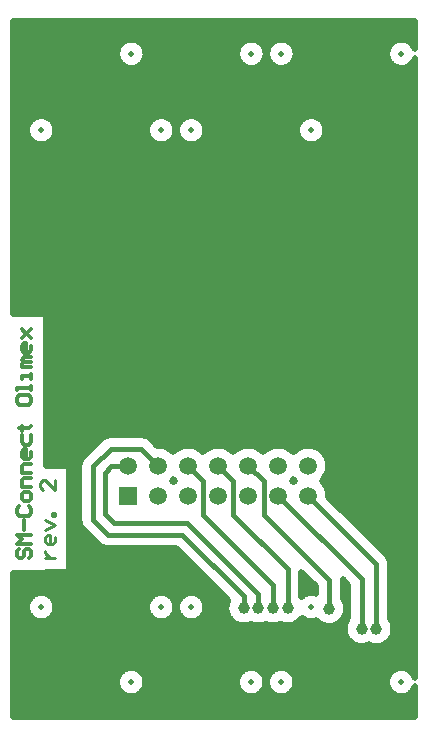
<source format=gbr>
%FSTAX42Y42*%
%MOMM*%
%SFA1B1*%

%IPPOS*%
%ADD10C,0.500126*%
%ADD11C,0.400050*%
%ADD12C,0.299974*%
%ADD13C,0.254000*%
%ADD14C,0.500126*%
%ADD15R,1.500124X1.500124*%
%ADD16C,1.500124*%
%ADD17C,0.999998*%
%LNpcb_monitoring_connecta10-1*%
%LPD*%
G54D10*
X-003091Y000985D02*
D01*
X-003092Y000993*
X-003093Y001001*
X-003094Y001009*
X-003096Y001018*
X-003099Y001026*
X-003102Y001033*
X-003106Y001041*
X-00311Y001048*
X-003114Y001055*
X-00312Y001062*
X-003125Y001068*
X-003131Y001074*
X-003138Y001079*
X-003144Y001084*
X-003151Y001088*
X-003159Y001092*
X-003167Y001096*
X-003174Y001099*
X-003182Y001101*
X-003191Y001103*
X-003199Y001104*
X-003207Y001104*
X-003216*
X-003224Y001104*
X-003232Y001103*
X-003241Y001101*
X-003249Y001099*
X-003256Y001096*
X-003264Y001092*
X-003271Y001088*
X-003279Y001084*
X-003285Y001079*
X-003292Y001074*
X-003298Y001068*
X-003303Y001062*
X-003309Y001055*
X-003313Y001048*
X-003317Y001041*
X-003321Y001033*
X-003324Y001026*
X-003327Y001018*
X-003329Y001009*
X-00333Y001001*
X-003331Y000993*
X-003331Y000985*
X-003331Y000976*
X-00333Y000968*
X-003329Y00096*
X-003327Y000951*
X-003324Y000943*
X-003321Y000936*
X-003317Y000928*
X-003313Y000921*
X-003309Y000914*
X-003303Y000907*
X-003298Y000901*
X-003292Y000895*
X-003285Y00089*
X-003279Y000885*
X-003271Y000881*
X-003264Y000877*
X-003256Y000873*
X-003249Y00087*
X-003241Y000868*
X-003232Y000866*
X-003224Y000865*
X-003216Y000865*
X-003207*
X-003199Y000865*
X-003191Y000866*
X-003182Y000868*
X-003174Y00087*
X-003167Y000873*
X-003159Y000877*
X-003151Y000881*
X-003144Y000885*
X-003138Y00089*
X-003131Y000895*
X-003125Y000901*
X-00312Y000907*
X-003114Y000914*
X-00311Y000921*
X-003106Y000928*
X-003102Y000936*
X-003099Y000943*
X-003096Y000951*
X-003094Y00096*
X-003093Y000968*
X-003092Y000976*
X-003091Y000985*
D01*
X-003092Y000993*
X-003093Y001001*
X-003094Y001009*
X-003096Y001018*
X-003099Y001026*
X-003102Y001033*
X-003106Y001041*
X-00311Y001048*
X-003114Y001055*
X-00312Y001062*
X-003125Y001068*
X-003131Y001074*
X-003138Y001079*
X-003144Y001084*
X-003151Y001088*
X-003159Y001092*
X-003167Y001096*
X-003174Y001099*
X-003182Y001101*
X-003191Y001103*
X-003199Y001104*
X-003207Y001104*
X-003216*
X-003224Y001104*
X-003232Y001103*
X-003241Y001101*
X-003249Y001099*
X-003256Y001096*
X-003264Y001092*
X-003271Y001088*
X-003279Y001084*
X-003285Y001079*
X-003292Y001074*
X-003298Y001068*
X-003303Y001062*
X-003309Y001055*
X-003313Y001048*
X-003317Y001041*
X-003321Y001033*
X-003324Y001026*
X-003327Y001018*
X-003329Y001009*
X-00333Y001001*
X-003331Y000993*
X-003331Y000985*
X-003331Y000976*
X-00333Y000968*
X-003329Y00096*
X-003327Y000951*
X-003324Y000943*
X-003321Y000936*
X-003317Y000928*
X-003313Y000921*
X-003309Y000914*
X-003303Y000907*
X-003298Y000901*
X-003292Y000895*
X-003285Y00089*
X-003279Y000885*
X-003271Y000881*
X-003264Y000877*
X-003256Y000873*
X-003249Y00087*
X-003241Y000868*
X-003232Y000866*
X-003224Y000865*
X-003216Y000865*
X-003207*
X-003199Y000865*
X-003191Y000866*
X-003182Y000868*
X-003174Y00087*
X-003167Y000873*
X-003159Y000877*
X-003151Y000881*
X-003144Y000885*
X-003138Y00089*
X-003131Y000895*
X-003125Y000901*
X-00312Y000907*
X-003114Y000914*
X-00311Y000921*
X-003106Y000928*
X-003102Y000936*
X-003099Y000943*
X-003096Y000951*
X-003094Y00096*
X-003093Y000968*
X-003092Y000976*
X-003091Y000985*
X-002731Y001518D02*
D01*
X-002725Y001513*
X-002719Y001508*
X-002712Y001503*
X-002705Y001499*
X-002698Y001495*
X-002691Y001492*
X-002683Y00149*
X-002675Y001487*
X-002667Y001486*
X-00266Y001485*
X-002652Y001485*
X-00265Y001485*
X-002731Y001518D02*
D01*
X-002725Y001513*
X-002719Y001508*
X-002712Y001503*
X-002705Y001499*
X-002698Y001495*
X-002691Y001492*
X-002683Y00149*
X-002675Y001487*
X-002667Y001486*
X-00266Y001485*
X-002652Y001485*
X-00265Y001485*
X-002889Y001724D02*
D01*
X-002889Y001716*
X-002888Y001708*
X-002887Y001701*
X-002885Y001693*
X-002883Y001685*
X-00288Y001678*
X-002876Y00167*
X-002872Y001664*
X-002868Y001657*
X-002863Y001651*
X-002857Y001645*
X-002856Y001643*
X-002889Y001724D02*
D01*
X-002889Y001716*
X-002888Y001708*
X-002887Y001701*
X-002885Y001693*
X-002883Y001685*
X-00288Y001678*
X-002876Y00167*
X-002872Y001664*
X-002868Y001657*
X-002863Y001651*
X-002857Y001645*
X-002856Y001643*
Y002256D02*
D01*
X-002861Y00225*
X-002866Y002244*
X-002871Y002237*
X-002875Y00223*
X-002879Y002223*
X-002882Y002216*
X-002884Y002208*
X-002887Y0022*
X-002888Y002192*
X-002889Y002185*
X-002889Y002177*
X-002889Y002175*
X-002856Y002256D02*
D01*
X-002861Y00225*
X-002866Y002244*
X-002871Y002237*
X-002875Y00223*
X-002879Y002223*
X-002882Y002216*
X-002884Y002208*
X-002887Y0022*
X-002888Y002192*
X-002889Y002185*
X-002889Y002177*
X-002889Y002175*
X-00233Y00035D02*
D01*
X-00233Y000358*
X-002331Y000366*
X-002333Y000374*
X-002335Y000383*
X-002337Y000391*
X-00234Y000398*
X-002344Y000406*
X-002348Y000413*
X-002353Y00042*
X-002358Y000427*
X-002364Y000433*
X-00237Y000439*
X-002376Y000444*
X-002383Y000449*
X-00239Y000453*
X-002397Y000457*
X-002405Y000461*
X-002413Y000464*
X-002421Y000466*
X-002429Y000468*
X-002437Y000469*
X-002446Y000469*
X-002454*
X-002463Y000469*
X-002471Y000468*
X-002479Y000466*
X-002487Y000464*
X-002495Y000461*
X-002503Y000457*
X-00251Y000453*
X-002517Y000449*
X-002524Y000444*
X-00253Y000439*
X-002536Y000433*
X-002542Y000427*
X-002547Y00042*
X-002552Y000413*
X-002556Y000406*
X-00256Y000398*
X-002563Y000391*
X-002565Y000383*
X-002567Y000374*
X-002569Y000366*
X-00257Y000358*
X-00257Y00035*
X-00257Y000341*
X-002569Y000333*
X-002567Y000325*
X-002565Y000316*
X-002563Y000308*
X-00256Y000301*
X-002556Y000293*
X-002552Y000286*
X-002547Y000279*
X-002542Y000272*
X-002536Y000266*
X-00253Y00026*
X-002524Y000255*
X-002517Y00025*
X-00251Y000246*
X-002503Y000242*
X-002495Y000238*
X-002487Y000235*
X-002479Y000233*
X-002471Y000231*
X-002463Y00023*
X-002454Y00023*
X-002446*
X-002437Y00023*
X-002429Y000231*
X-002421Y000233*
X-002413Y000235*
X-002405Y000238*
X-002397Y000242*
X-00239Y000246*
X-002383Y00025*
X-002376Y000255*
X-00237Y00026*
X-002364Y000266*
X-002358Y000272*
X-002353Y000279*
X-002348Y000286*
X-002344Y000293*
X-00234Y000301*
X-002337Y000308*
X-002335Y000316*
X-002333Y000325*
X-002331Y000333*
X-00233Y000341*
X-00233Y00035*
D01*
X-00233Y000358*
X-002331Y000366*
X-002333Y000374*
X-002335Y000383*
X-002337Y000391*
X-00234Y000398*
X-002344Y000406*
X-002348Y000413*
X-002353Y00042*
X-002358Y000427*
X-002364Y000433*
X-00237Y000439*
X-002376Y000444*
X-002383Y000449*
X-00239Y000453*
X-002397Y000457*
X-002405Y000461*
X-002413Y000464*
X-002421Y000466*
X-002429Y000468*
X-002437Y000469*
X-002446Y000469*
X-002454*
X-002463Y000469*
X-002471Y000468*
X-002479Y000466*
X-002487Y000464*
X-002495Y000461*
X-002503Y000457*
X-00251Y000453*
X-002517Y000449*
X-002524Y000444*
X-00253Y000439*
X-002536Y000433*
X-002542Y000427*
X-002547Y00042*
X-002552Y000413*
X-002556Y000406*
X-00256Y000398*
X-002563Y000391*
X-002565Y000383*
X-002567Y000374*
X-002569Y000366*
X-00257Y000358*
X-00257Y00035*
X-00257Y000341*
X-002569Y000333*
X-002567Y000325*
X-002565Y000316*
X-002563Y000308*
X-00256Y000301*
X-002556Y000293*
X-002552Y000286*
X-002547Y000279*
X-002542Y000272*
X-002536Y000266*
X-00253Y00026*
X-002524Y000255*
X-002517Y00025*
X-00251Y000246*
X-002503Y000242*
X-002495Y000238*
X-002487Y000235*
X-002479Y000233*
X-002471Y000231*
X-002463Y00023*
X-002454Y00023*
X-002446*
X-002437Y00023*
X-002429Y000231*
X-002421Y000233*
X-002413Y000235*
X-002405Y000238*
X-002397Y000242*
X-00239Y000246*
X-002383Y00025*
X-002376Y000255*
X-00237Y00026*
X-002364Y000266*
X-002358Y000272*
X-002353Y000279*
X-002348Y000286*
X-002344Y000293*
X-00234Y000301*
X-002337Y000308*
X-002335Y000316*
X-002333Y000325*
X-002331Y000333*
X-00233Y000341*
X-00233Y00035*
X-002075Y000985D02*
D01*
X-002076Y000993*
X-002077Y001001*
X-002078Y001009*
X-00208Y001018*
X-002083Y001026*
X-002086Y001033*
X-00209Y001041*
X-002094Y001048*
X-002098Y001055*
X-002104Y001062*
X-002109Y001068*
X-002115Y001074*
X-002122Y001079*
X-002128Y001084*
X-002135Y001088*
X-002143Y001092*
X-002151Y001096*
X-002158Y001099*
X-002166Y001101*
X-002175Y001103*
X-002183Y001104*
X-002191Y001104*
X-0022*
X-002208Y001104*
X-002216Y001103*
X-002225Y001101*
X-002233Y001099*
X-00224Y001096*
X-002248Y001092*
X-002255Y001088*
X-002263Y001084*
X-002269Y001079*
X-002276Y001074*
X-002282Y001068*
X-002287Y001062*
X-002293Y001055*
X-002297Y001048*
X-002301Y001041*
X-002305Y001033*
X-002308Y001026*
X-002311Y001018*
X-002313Y001009*
X-002314Y001001*
X-002315Y000993*
X-002315Y000985*
X-002315Y000976*
X-002314Y000968*
X-002313Y00096*
X-002311Y000951*
X-002308Y000943*
X-002305Y000936*
X-002301Y000928*
X-002297Y000921*
X-002293Y000914*
X-002287Y000907*
X-002282Y000901*
X-002276Y000895*
X-002269Y00089*
X-002263Y000885*
X-002255Y000881*
X-002248Y000877*
X-00224Y000873*
X-002233Y00087*
X-002225Y000868*
X-002216Y000866*
X-002208Y000865*
X-0022Y000865*
X-002191*
X-002183Y000865*
X-002175Y000866*
X-002166Y000868*
X-002158Y00087*
X-002151Y000873*
X-002143Y000877*
X-002135Y000881*
X-002128Y000885*
X-002122Y00089*
X-002115Y000895*
X-002109Y000901*
X-002104Y000907*
X-002098Y000914*
X-002094Y000921*
X-00209Y000928*
X-002086Y000936*
X-002083Y000943*
X-00208Y000951*
X-002078Y00096*
X-002077Y000968*
X-002076Y000976*
X-002075Y000985*
D01*
X-002076Y000993*
X-002077Y001001*
X-002078Y001009*
X-00208Y001018*
X-002083Y001026*
X-002086Y001033*
X-00209Y001041*
X-002094Y001048*
X-002098Y001055*
X-002104Y001062*
X-002109Y001068*
X-002115Y001074*
X-002122Y001079*
X-002128Y001084*
X-002135Y001088*
X-002143Y001092*
X-002151Y001096*
X-002158Y001099*
X-002166Y001101*
X-002175Y001103*
X-002183Y001104*
X-002191Y001104*
X-0022*
X-002208Y001104*
X-002216Y001103*
X-002225Y001101*
X-002233Y001099*
X-00224Y001096*
X-002248Y001092*
X-002255Y001088*
X-002263Y001084*
X-002269Y001079*
X-002276Y001074*
X-002282Y001068*
X-002287Y001062*
X-002293Y001055*
X-002297Y001048*
X-002301Y001041*
X-002305Y001033*
X-002308Y001026*
X-002311Y001018*
X-002313Y001009*
X-002314Y001001*
X-002315Y000993*
X-002315Y000985*
X-002315Y000976*
X-002314Y000968*
X-002313Y00096*
X-002311Y000951*
X-002308Y000943*
X-002305Y000936*
X-002301Y000928*
X-002297Y000921*
X-002293Y000914*
X-002287Y000907*
X-002282Y000901*
X-002276Y000895*
X-002269Y00089*
X-002263Y000885*
X-002255Y000881*
X-002248Y000877*
X-00224Y000873*
X-002233Y00087*
X-002225Y000868*
X-002216Y000866*
X-002208Y000865*
X-0022Y000865*
X-002191*
X-002183Y000865*
X-002175Y000866*
X-002166Y000868*
X-002158Y00087*
X-002151Y000873*
X-002143Y000877*
X-002135Y000881*
X-002128Y000885*
X-002122Y00089*
X-002115Y000895*
X-002109Y000901*
X-002104Y000907*
X-002098Y000914*
X-002094Y000921*
X-00209Y000928*
X-002086Y000936*
X-002083Y000943*
X-00208Y000951*
X-002078Y00096*
X-002077Y000968*
X-002076Y000976*
X-002075Y000985*
X-002094Y002041D02*
D01*
X-002103Y002049*
X-002108Y002054*
D01*
X-0021Y002063*
X-002094Y002068*
X-002081Y002054D02*
D01*
X-002089Y002046*
X-002094Y002041*
Y002295D02*
D01*
X-002103Y002303*
X-002111Y002311*
X-002121Y002318*
X-002131Y002325*
X-002141Y002331*
X-002151Y002336*
X-002162Y002341*
X-002174Y002345*
X-002185Y002348*
X-002197Y00235*
X-002209Y002351*
X-00222Y002352*
X-002229Y002351*
X-002094Y002068D02*
D01*
X-002086Y00206*
X-002081Y002054*
X-00184Y002295D02*
D01*
X-001849Y002303*
X-001857Y002311*
X-001867Y002318*
X-001877Y002325*
X-001887Y002331*
X-001897Y002336*
X-001908Y002341*
X-00192Y002345*
X-001931Y002348*
X-001943Y00235*
X-001955Y002351*
X-001966Y002352*
X-001978Y002351*
X-00199Y00235*
X-002002Y002348*
X-002013Y002345*
X-002025Y002342*
X-002036Y002337*
X-002046Y002332*
X-002057Y002326*
X-002067Y00232*
X-002076Y002312*
X-002085Y002304*
X-002093Y002296*
X-002094Y002295*
X-003091Y005022D02*
D01*
X-003092Y00503*
X-003093Y005039*
X-003094Y005047*
X-003096Y005055*
X-003099Y005063*
X-003102Y005071*
X-003106Y005078*
X-00311Y005086*
X-003114Y005093*
X-00312Y005099*
X-003125Y005105*
X-003131Y005111*
X-003138Y005117*
X-003144Y005121*
X-003151Y005126*
X-003159Y00513*
X-003167Y005133*
X-003174Y005136*
X-003182Y005138*
X-003191Y00514*
X-003199Y005141*
X-003207Y005142*
X-003216*
X-003224Y005141*
X-003232Y00514*
X-003241Y005138*
X-003249Y005136*
X-003256Y005133*
X-003264Y00513*
X-003271Y005126*
X-003279Y005121*
X-003285Y005117*
X-003292Y005111*
X-003298Y005105*
X-003303Y005099*
X-003309Y005093*
X-003313Y005086*
X-003317Y005078*
X-003321Y005071*
X-003324Y005063*
X-003327Y005055*
X-003329Y005047*
X-00333Y005039*
X-003331Y00503*
X-003331Y005022*
X-003331Y005014*
X-00333Y005005*
X-003329Y004997*
X-003327Y004989*
X-003324Y004981*
X-003321Y004973*
X-003317Y004966*
X-003313Y004958*
X-003309Y004951*
X-003303Y004945*
X-003298Y004939*
X-003292Y004933*
X-003285Y004927*
X-003279Y004923*
X-003271Y004918*
X-003264Y004914*
X-003256Y004911*
X-003249Y004908*
X-003241Y004906*
X-003232Y004904*
X-003224Y004903*
X-003216Y004902*
X-003207*
X-003199Y004903*
X-003191Y004904*
X-003182Y004906*
X-003174Y004908*
X-003167Y004911*
X-003159Y004914*
X-003151Y004918*
X-003144Y004923*
X-003138Y004927*
X-003131Y004933*
X-003125Y004939*
X-00312Y004945*
X-003114Y004951*
X-00311Y004958*
X-003106Y004966*
X-003102Y004973*
X-003099Y004981*
X-003096Y004989*
X-003094Y004997*
X-003093Y005005*
X-003092Y005014*
X-003091Y005022*
D01*
X-003092Y00503*
X-003093Y005039*
X-003094Y005047*
X-003096Y005055*
X-003099Y005063*
X-003102Y005071*
X-003106Y005078*
X-00311Y005086*
X-003114Y005093*
X-00312Y005099*
X-003125Y005105*
X-003131Y005111*
X-003138Y005117*
X-003144Y005121*
X-003151Y005126*
X-003159Y00513*
X-003167Y005133*
X-003174Y005136*
X-003182Y005138*
X-003191Y00514*
X-003199Y005141*
X-003207Y005142*
X-003216*
X-003224Y005141*
X-003232Y00514*
X-003241Y005138*
X-003249Y005136*
X-003256Y005133*
X-003264Y00513*
X-003271Y005126*
X-003279Y005121*
X-003285Y005117*
X-003292Y005111*
X-003298Y005105*
X-003303Y005099*
X-003309Y005093*
X-003313Y005086*
X-003317Y005078*
X-003321Y005071*
X-003324Y005063*
X-003327Y005055*
X-003329Y005047*
X-00333Y005039*
X-003331Y00503*
X-003331Y005022*
X-003331Y005014*
X-00333Y005005*
X-003329Y004997*
X-003327Y004989*
X-003324Y004981*
X-003321Y004973*
X-003317Y004966*
X-003313Y004958*
X-003309Y004951*
X-003303Y004945*
X-003298Y004939*
X-003292Y004933*
X-003285Y004927*
X-003279Y004923*
X-003271Y004918*
X-003264Y004914*
X-003256Y004911*
X-003249Y004908*
X-003241Y004906*
X-003232Y004904*
X-003224Y004903*
X-003216Y004902*
X-003207*
X-003199Y004903*
X-003191Y004904*
X-003182Y004906*
X-003174Y004908*
X-003167Y004911*
X-003159Y004914*
X-003151Y004918*
X-003144Y004923*
X-003138Y004927*
X-003131Y004933*
X-003125Y004939*
X-00312Y004945*
X-003114Y004951*
X-00311Y004958*
X-003106Y004966*
X-003102Y004973*
X-003099Y004981*
X-003096Y004989*
X-003094Y004997*
X-003093Y005005*
X-003092Y005014*
X-003091Y005022*
X-002625Y00244D02*
D01*
X-002633Y002439*
X-002641Y002438*
X-002648Y002437*
X-002656Y002435*
X-002664Y002433*
X-002671Y00243*
X-002679Y002426*
X-002685Y002422*
X-002692Y002418*
X-002698Y002413*
X-002704Y002407*
X-002706Y002406*
X-002283D02*
D01*
X-002289Y002411*
X-002295Y002416*
X-002302Y002421*
X-002309Y002425*
X-002316Y002429*
X-002323Y002432*
X-002331Y002434*
X-002339Y002437*
X-002347Y002438*
X-002354Y002439*
X-002362Y002439*
X-002364Y00244*
X-002283Y002406D02*
D01*
X-002289Y002411*
X-002295Y002416*
X-002302Y002421*
X-002309Y002425*
X-002316Y002429*
X-002323Y002432*
X-002331Y002434*
X-002339Y002437*
X-002347Y002438*
X-002354Y002439*
X-002362Y002439*
X-002364Y00244*
X-002625D02*
D01*
X-002633Y002439*
X-002641Y002438*
X-002648Y002437*
X-002656Y002435*
X-002664Y002433*
X-002671Y00243*
X-002679Y002426*
X-002685Y002422*
X-002692Y002418*
X-002698Y002413*
X-002704Y002407*
X-002706Y002406*
X-002075Y005022D02*
D01*
X-002076Y00503*
X-002077Y005039*
X-002078Y005047*
X-00208Y005055*
X-002083Y005063*
X-002086Y005071*
X-00209Y005078*
X-002094Y005086*
X-002098Y005093*
X-002104Y005099*
X-002109Y005105*
X-002115Y005111*
X-002122Y005117*
X-002128Y005121*
X-002135Y005126*
X-002143Y00513*
X-002151Y005133*
X-002158Y005136*
X-002166Y005138*
X-002175Y00514*
X-002183Y005141*
X-002191Y005142*
X-0022*
X-002208Y005141*
X-002216Y00514*
X-002225Y005138*
X-002233Y005136*
X-00224Y005133*
X-002248Y00513*
X-002255Y005126*
X-002263Y005121*
X-002269Y005117*
X-002276Y005111*
X-002282Y005105*
X-002287Y005099*
X-002293Y005093*
X-002297Y005086*
X-002301Y005078*
X-002305Y005071*
X-002308Y005063*
X-002311Y005055*
X-002313Y005047*
X-002314Y005039*
X-002315Y00503*
X-002315Y005022*
X-002315Y005014*
X-002314Y005005*
X-002313Y004997*
X-002311Y004989*
X-002308Y004981*
X-002305Y004973*
X-002301Y004966*
X-002297Y004958*
X-002293Y004951*
X-002287Y004945*
X-002282Y004939*
X-002276Y004933*
X-002269Y004927*
X-002263Y004923*
X-002255Y004918*
X-002248Y004914*
X-00224Y004911*
X-002233Y004908*
X-002225Y004906*
X-002216Y004904*
X-002208Y004903*
X-0022Y004902*
X-002191*
X-002183Y004903*
X-002175Y004904*
X-002166Y004906*
X-002158Y004908*
X-002151Y004911*
X-002143Y004914*
X-002135Y004918*
X-002128Y004923*
X-002122Y004927*
X-002115Y004933*
X-002109Y004939*
X-002104Y004945*
X-002098Y004951*
X-002094Y004958*
X-00209Y004966*
X-002086Y004973*
X-002083Y004981*
X-00208Y004989*
X-002078Y004997*
X-002077Y005005*
X-002076Y005014*
X-002075Y005022*
D01*
X-002076Y00503*
X-002077Y005039*
X-002078Y005047*
X-00208Y005055*
X-002083Y005063*
X-002086Y005071*
X-00209Y005078*
X-002094Y005086*
X-002098Y005093*
X-002104Y005099*
X-002109Y005105*
X-002115Y005111*
X-002122Y005117*
X-002128Y005121*
X-002135Y005126*
X-002143Y00513*
X-002151Y005133*
X-002158Y005136*
X-002166Y005138*
X-002175Y00514*
X-002183Y005141*
X-002191Y005142*
X-0022*
X-002208Y005141*
X-002216Y00514*
X-002225Y005138*
X-002233Y005136*
X-00224Y005133*
X-002248Y00513*
X-002255Y005126*
X-002263Y005121*
X-002269Y005117*
X-002276Y005111*
X-002282Y005105*
X-002287Y005099*
X-002293Y005093*
X-002297Y005086*
X-002301Y005078*
X-002305Y005071*
X-002308Y005063*
X-002311Y005055*
X-002313Y005047*
X-002314Y005039*
X-002315Y00503*
X-002315Y005022*
X-002315Y005014*
X-002314Y005005*
X-002313Y004997*
X-002311Y004989*
X-002308Y004981*
X-002305Y004973*
X-002301Y004966*
X-002297Y004958*
X-002293Y004951*
X-002287Y004945*
X-002282Y004939*
X-002276Y004933*
X-002269Y004927*
X-002263Y004923*
X-002255Y004918*
X-002248Y004914*
X-00224Y004911*
X-002233Y004908*
X-002225Y004906*
X-002216Y004904*
X-002208Y004903*
X-0022Y004902*
X-002191*
X-002183Y004903*
X-002175Y004904*
X-002166Y004906*
X-002158Y004908*
X-002151Y004911*
X-002143Y004914*
X-002135Y004918*
X-002128Y004923*
X-002122Y004927*
X-002115Y004933*
X-002109Y004939*
X-002104Y004945*
X-002098Y004951*
X-002094Y004958*
X-00209Y004966*
X-002086Y004973*
X-002083Y004981*
X-00208Y004989*
X-002078Y004997*
X-002077Y005005*
X-002076Y005014*
X-002075Y005022*
X-002329Y005669D02*
D01*
X-002329Y005678*
X-00233Y005686*
X-002332Y005694*
X-002334Y005703*
X-002336Y005711*
X-002339Y005718*
X-002343Y005726*
X-002347Y005733*
X-002352Y00574*
X-002357Y005747*
X-002363Y005753*
X-002369Y005759*
X-002375Y005764*
X-002382Y005769*
X-002389Y005773*
X-002396Y005777*
X-002404Y005781*
X-002412Y005784*
X-00242Y005786*
X-002428Y005788*
X-002436Y005789*
X-002445Y005789*
X-002453*
X-002462Y005789*
X-00247Y005788*
X-002478Y005786*
X-002486Y005784*
X-002494Y005781*
X-002502Y005777*
X-002509Y005773*
X-002516Y005769*
X-002523Y005764*
X-002529Y005759*
X-002535Y005753*
X-002541Y005747*
X-002546Y00574*
X-002551Y005733*
X-002555Y005726*
X-002559Y005718*
X-002562Y005711*
X-002564Y005703*
X-002566Y005694*
X-002568Y005686*
X-002569Y005678*
X-002569Y005669*
X-002569Y005661*
X-002568Y005653*
X-002566Y005645*
X-002564Y005636*
X-002562Y005628*
X-002559Y005621*
X-002555Y005613*
X-002551Y005606*
X-002546Y005599*
X-002541Y005592*
X-002535Y005586*
X-002529Y00558*
X-002523Y005575*
X-002516Y00557*
X-002509Y005566*
X-002502Y005562*
X-002494Y005558*
X-002486Y005555*
X-002478Y005553*
X-00247Y005551*
X-002462Y00555*
X-002453Y00555*
X-002445*
X-002436Y00555*
X-002428Y005551*
X-00242Y005553*
X-002412Y005555*
X-002404Y005558*
X-002396Y005562*
X-002389Y005566*
X-002382Y00557*
X-002375Y005575*
X-002369Y00558*
X-002363Y005586*
X-002357Y005592*
X-002352Y005599*
X-002347Y005606*
X-002343Y005613*
X-002339Y005621*
X-002336Y005628*
X-002334Y005636*
X-002332Y005645*
X-00233Y005653*
X-002329Y005661*
X-002329Y005669*
D01*
X-002329Y005678*
X-00233Y005686*
X-002332Y005694*
X-002334Y005703*
X-002336Y005711*
X-002339Y005718*
X-002343Y005726*
X-002347Y005733*
X-002352Y00574*
X-002357Y005747*
X-002363Y005753*
X-002369Y005759*
X-002375Y005764*
X-002382Y005769*
X-002389Y005773*
X-002396Y005777*
X-002404Y005781*
X-002412Y005784*
X-00242Y005786*
X-002428Y005788*
X-002436Y005789*
X-002445Y005789*
X-002453*
X-002462Y005789*
X-00247Y005788*
X-002478Y005786*
X-002486Y005784*
X-002494Y005781*
X-002502Y005777*
X-002509Y005773*
X-002516Y005769*
X-002523Y005764*
X-002529Y005759*
X-002535Y005753*
X-002541Y005747*
X-002546Y00574*
X-002551Y005733*
X-002555Y005726*
X-002559Y005718*
X-002562Y005711*
X-002564Y005703*
X-002566Y005694*
X-002568Y005686*
X-002569Y005678*
X-002569Y005669*
X-002569Y005661*
X-002568Y005653*
X-002566Y005645*
X-002564Y005636*
X-002562Y005628*
X-002559Y005621*
X-002555Y005613*
X-002551Y005606*
X-002546Y005599*
X-002541Y005592*
X-002535Y005586*
X-002529Y00558*
X-002523Y005575*
X-002516Y00557*
X-002509Y005566*
X-002502Y005562*
X-002494Y005558*
X-002486Y005555*
X-002478Y005553*
X-00247Y005551*
X-002462Y00555*
X-002453Y00555*
X-002445*
X-002436Y00555*
X-002428Y005551*
X-00242Y005553*
X-002412Y005555*
X-002404Y005558*
X-002396Y005562*
X-002389Y005566*
X-002382Y00557*
X-002375Y005575*
X-002369Y00558*
X-002363Y005586*
X-002357Y005592*
X-002352Y005599*
X-002347Y005606*
X-002343Y005613*
X-002339Y005621*
X-002336Y005628*
X-002334Y005636*
X-002332Y005645*
X-00233Y005653*
X-002329Y005661*
X-002329Y005669*
X-001314Y00035D02*
D01*
X-001314Y000358*
X-001315Y000366*
X-001317Y000374*
X-001319Y000383*
X-001321Y000391*
X-001324Y000398*
X-001328Y000406*
X-001332Y000413*
X-001337Y00042*
X-001342Y000427*
X-001348Y000433*
X-001354Y000439*
X-00136Y000444*
X-001367Y000449*
X-001374Y000453*
X-001381Y000457*
X-001389Y000461*
X-001397Y000464*
X-001405Y000466*
X-001413Y000468*
X-001421Y000469*
X-00143Y000469*
X-001438*
X-001447Y000469*
X-001455Y000468*
X-001463Y000466*
X-001471Y000464*
X-001479Y000461*
X-001487Y000457*
X-001494Y000453*
X-001501Y000449*
X-001508Y000444*
X-001514Y000439*
X-00152Y000433*
X-001526Y000427*
X-001531Y00042*
X-001536Y000413*
X-00154Y000406*
X-001544Y000398*
X-001547Y000391*
X-001549Y000383*
X-001551Y000374*
X-001553Y000366*
X-001554Y000358*
X-001554Y00035*
X-001554Y000341*
X-001553Y000333*
X-001551Y000325*
X-001549Y000316*
X-001547Y000308*
X-001544Y000301*
X-00154Y000293*
X-001536Y000286*
X-001531Y000279*
X-001526Y000272*
X-00152Y000266*
X-001514Y00026*
X-001508Y000255*
X-001501Y00025*
X-001494Y000246*
X-001487Y000242*
X-001479Y000238*
X-001471Y000235*
X-001463Y000233*
X-001455Y000231*
X-001447Y00023*
X-001438Y00023*
X-00143*
X-001421Y00023*
X-001413Y000231*
X-001405Y000233*
X-001397Y000235*
X-001389Y000238*
X-001381Y000242*
X-001374Y000246*
X-001367Y00025*
X-00136Y000255*
X-001354Y00026*
X-001348Y000266*
X-001342Y000272*
X-001337Y000279*
X-001332Y000286*
X-001328Y000293*
X-001324Y000301*
X-001321Y000308*
X-001319Y000316*
X-001317Y000325*
X-001315Y000333*
X-001314Y000341*
X-001314Y00035*
D01*
X-001314Y000358*
X-001315Y000366*
X-001317Y000374*
X-001319Y000383*
X-001321Y000391*
X-001324Y000398*
X-001328Y000406*
X-001332Y000413*
X-001337Y00042*
X-001342Y000427*
X-001348Y000433*
X-001354Y000439*
X-00136Y000444*
X-001367Y000449*
X-001374Y000453*
X-001381Y000457*
X-001389Y000461*
X-001397Y000464*
X-001405Y000466*
X-001413Y000468*
X-001421Y000469*
X-00143Y000469*
X-001438*
X-001447Y000469*
X-001455Y000468*
X-001463Y000466*
X-001471Y000464*
X-001479Y000461*
X-001487Y000457*
X-001494Y000453*
X-001501Y000449*
X-001508Y000444*
X-001514Y000439*
X-00152Y000433*
X-001526Y000427*
X-001531Y00042*
X-001536Y000413*
X-00154Y000406*
X-001544Y000398*
X-001547Y000391*
X-001549Y000383*
X-001551Y000374*
X-001553Y000366*
X-001554Y000358*
X-001554Y00035*
X-001554Y000341*
X-001553Y000333*
X-001551Y000325*
X-001549Y000316*
X-001547Y000308*
X-001544Y000301*
X-00154Y000293*
X-001536Y000286*
X-001531Y000279*
X-001526Y000272*
X-00152Y000266*
X-001514Y00026*
X-001508Y000255*
X-001501Y00025*
X-001494Y000246*
X-001487Y000242*
X-001479Y000238*
X-001471Y000235*
X-001463Y000233*
X-001455Y000231*
X-001447Y00023*
X-001438Y00023*
X-00143*
X-001421Y00023*
X-001413Y000231*
X-001405Y000233*
X-001397Y000235*
X-001389Y000238*
X-001381Y000242*
X-001374Y000246*
X-001367Y00025*
X-00136Y000255*
X-001354Y00026*
X-001348Y000266*
X-001342Y000272*
X-001337Y000279*
X-001332Y000286*
X-001328Y000293*
X-001324Y000301*
X-001321Y000308*
X-001319Y000316*
X-001317Y000325*
X-001315Y000333*
X-001314Y000341*
X-001314Y00035*
X-001437Y000844D02*
D01*
X-001428Y00084*
X-001418Y000836*
X-001408Y000834*
X-001399Y000832*
X-001388Y00083*
X-001378Y00083*
X-001368Y00083*
X-001358Y00083*
X-001348Y000832*
X-001338Y000834*
X-001329Y000837*
X-001319Y000841*
X-001312Y000844*
X-00106Y00035D02*
D01*
X-00106Y000358*
X-001061Y000366*
X-001063Y000374*
X-001065Y000383*
X-001067Y000391*
X-00107Y000398*
X-001074Y000406*
X-001078Y000413*
X-001083Y00042*
X-001088Y000427*
X-001094Y000433*
X-0011Y000439*
X-001106Y000444*
X-001113Y000449*
X-00112Y000453*
X-001127Y000457*
X-001135Y000461*
X-001143Y000464*
X-001151Y000466*
X-001159Y000468*
X-001167Y000469*
X-001176Y000469*
X-001184*
X-001193Y000469*
X-001201Y000468*
X-001209Y000466*
X-001217Y000464*
X-001225Y000461*
X-001233Y000457*
X-00124Y000453*
X-001247Y000449*
X-001254Y000444*
X-00126Y000439*
X-001266Y000433*
X-001272Y000427*
X-001277Y00042*
X-001282Y000413*
X-001286Y000406*
X-00129Y000398*
X-001293Y000391*
X-001295Y000383*
X-001297Y000374*
X-001299Y000366*
X-0013Y000358*
X-0013Y00035*
X-0013Y000341*
X-001299Y000333*
X-001297Y000325*
X-001295Y000316*
X-001293Y000308*
X-00129Y000301*
X-001286Y000293*
X-001282Y000286*
X-001277Y000279*
X-001272Y000272*
X-001266Y000266*
X-00126Y00026*
X-001254Y000255*
X-001247Y00025*
X-00124Y000246*
X-001233Y000242*
X-001225Y000238*
X-001217Y000235*
X-001209Y000233*
X-001201Y000231*
X-001193Y00023*
X-001184Y00023*
X-001176*
X-001167Y00023*
X-001159Y000231*
X-001151Y000233*
X-001143Y000235*
X-001135Y000238*
X-001127Y000242*
X-00112Y000246*
X-001113Y00025*
X-001106Y000255*
X-0011Y00026*
X-001094Y000266*
X-001088Y000272*
X-001083Y000279*
X-001078Y000286*
X-001074Y000293*
X-00107Y000301*
X-001067Y000308*
X-001065Y000316*
X-001063Y000325*
X-001061Y000333*
X-00106Y000341*
X-00106Y00035*
D01*
X-00106Y000358*
X-001061Y000366*
X-001063Y000374*
X-001065Y000383*
X-001067Y000391*
X-00107Y000398*
X-001074Y000406*
X-001078Y000413*
X-001083Y00042*
X-001088Y000427*
X-001094Y000433*
X-0011Y000439*
X-001106Y000444*
X-001113Y000449*
X-00112Y000453*
X-001127Y000457*
X-001135Y000461*
X-001143Y000464*
X-001151Y000466*
X-001159Y000468*
X-001167Y000469*
X-001176Y000469*
X-001184*
X-001193Y000469*
X-001201Y000468*
X-001209Y000466*
X-001217Y000464*
X-001225Y000461*
X-001233Y000457*
X-00124Y000453*
X-001247Y000449*
X-001254Y000444*
X-00126Y000439*
X-001266Y000433*
X-001272Y000427*
X-001277Y00042*
X-001282Y000413*
X-001286Y000406*
X-00129Y000398*
X-001293Y000391*
X-001295Y000383*
X-001297Y000374*
X-001299Y000366*
X-0013Y000358*
X-0013Y00035*
X-0013Y000341*
X-001299Y000333*
X-001297Y000325*
X-001295Y000316*
X-001293Y000308*
X-00129Y000301*
X-001286Y000293*
X-001282Y000286*
X-001277Y000279*
X-001272Y000272*
X-001266Y000266*
X-00126Y00026*
X-001254Y000255*
X-001247Y00025*
X-00124Y000246*
X-001233Y000242*
X-001225Y000238*
X-001217Y000235*
X-001209Y000233*
X-001201Y000231*
X-001193Y00023*
X-001184Y00023*
X-001176*
X-001167Y00023*
X-001159Y000231*
X-001151Y000233*
X-001143Y000235*
X-001135Y000238*
X-001127Y000242*
X-00112Y000246*
X-001113Y00025*
X-001106Y000255*
X-0011Y00026*
X-001094Y000266*
X-001088Y000272*
X-001083Y000279*
X-001078Y000286*
X-001074Y000293*
X-00107Y000301*
X-001067Y000308*
X-001065Y000316*
X-001063Y000325*
X-001061Y000333*
X-00106Y000341*
X-00106Y00035*
X-001312Y000844D02*
D01*
X-001303Y00084*
X-001293Y000836*
X-001283Y000834*
X-001274Y000832*
X-001263Y00083*
X-001253Y00083*
X-001243Y00083*
X-001233Y00083*
X-001223Y000832*
X-001213Y000834*
X-001204Y000837*
X-001194Y000841*
X-001187Y000844*
X-001821Y000985D02*
D01*
X-001822Y000993*
X-001823Y001001*
X-001824Y001009*
X-001826Y001018*
X-001829Y001026*
X-001832Y001033*
X-001836Y001041*
X-00184Y001048*
X-001844Y001055*
X-00185Y001062*
X-001855Y001068*
X-001861Y001074*
X-001868Y001079*
X-001874Y001084*
X-001881Y001088*
X-001889Y001092*
X-001897Y001096*
X-001904Y001099*
X-001912Y001101*
X-001921Y001103*
X-001929Y001104*
X-001937Y001104*
X-001946*
X-001954Y001104*
X-001962Y001103*
X-001971Y001101*
X-001979Y001099*
X-001986Y001096*
X-001994Y001092*
X-002001Y001088*
X-002009Y001084*
X-002015Y001079*
X-002022Y001074*
X-002028Y001068*
X-002033Y001062*
X-002039Y001055*
X-002043Y001048*
X-002047Y001041*
X-002051Y001033*
X-002054Y001026*
X-002057Y001018*
X-002059Y001009*
X-00206Y001001*
X-002061Y000993*
X-002061Y000985*
X-002061Y000976*
X-00206Y000968*
X-002059Y00096*
X-002057Y000951*
X-002054Y000943*
X-002051Y000936*
X-002047Y000928*
X-002043Y000921*
X-002039Y000914*
X-002033Y000907*
X-002028Y000901*
X-002022Y000895*
X-002015Y00089*
X-002009Y000885*
X-002001Y000881*
X-001994Y000877*
X-001986Y000873*
X-001979Y00087*
X-001971Y000868*
X-001962Y000866*
X-001954Y000865*
X-001946Y000865*
X-001937*
X-001929Y000865*
X-001921Y000866*
X-001912Y000868*
X-001904Y00087*
X-001897Y000873*
X-001889Y000877*
X-001881Y000881*
X-001874Y000885*
X-001868Y00089*
X-001861Y000895*
X-001855Y000901*
X-00185Y000907*
X-001844Y000914*
X-00184Y000921*
X-001836Y000928*
X-001832Y000936*
X-001829Y000943*
X-001826Y000951*
X-001824Y00096*
X-001823Y000968*
X-001822Y000976*
X-001821Y000985*
D01*
X-001822Y000993*
X-001823Y001001*
X-001824Y001009*
X-001826Y001018*
X-001829Y001026*
X-001832Y001033*
X-001836Y001041*
X-00184Y001048*
X-001844Y001055*
X-00185Y001062*
X-001855Y001068*
X-001861Y001074*
X-001868Y001079*
X-001874Y001084*
X-001881Y001088*
X-001889Y001092*
X-001897Y001096*
X-001904Y001099*
X-001912Y001101*
X-001921Y001103*
X-001929Y001104*
X-001937Y001104*
X-001946*
X-001954Y001104*
X-001962Y001103*
X-001971Y001101*
X-001979Y001099*
X-001986Y001096*
X-001994Y001092*
X-002001Y001088*
X-002009Y001084*
X-002015Y001079*
X-002022Y001074*
X-002028Y001068*
X-002033Y001062*
X-002039Y001055*
X-002043Y001048*
X-002047Y001041*
X-002051Y001033*
X-002054Y001026*
X-002057Y001018*
X-002059Y001009*
X-00206Y001001*
X-002061Y000993*
X-002061Y000985*
X-002061Y000976*
X-00206Y000968*
X-002059Y00096*
X-002057Y000951*
X-002054Y000943*
X-002051Y000936*
X-002047Y000928*
X-002043Y000921*
X-002039Y000914*
X-002033Y000907*
X-002028Y000901*
X-002022Y000895*
X-002015Y00089*
X-002009Y000885*
X-002001Y000881*
X-001994Y000877*
X-001986Y000873*
X-001979Y00087*
X-001971Y000868*
X-001962Y000866*
X-001954Y000865*
X-001946Y000865*
X-001937*
X-001929Y000865*
X-001921Y000866*
X-001912Y000868*
X-001904Y00087*
X-001897Y000873*
X-001889Y000877*
X-001881Y000881*
X-001874Y000885*
X-001868Y00089*
X-001861Y000895*
X-001855Y000901*
X-00185Y000907*
X-001844Y000914*
X-00184Y000921*
X-001836Y000928*
X-001832Y000936*
X-001829Y000943*
X-001826Y000951*
X-001824Y00096*
X-001823Y000968*
X-001822Y000976*
X-001821Y000985*
X-001628Y001041D02*
D01*
X-001633Y001032*
X-001636Y001022*
X-001639Y001013*
X-001642Y001003*
X-001643Y000993*
X-001644Y000983*
X-001644Y000973*
X-001644Y000962*
X-001643Y000952*
X-001641Y000942*
X-001638Y000933*
X-001635Y000923*
X-001631Y000914*
X-001627Y000905*
X-001621Y000896*
X-001616Y000888*
X-001609Y00088*
X-001602Y000872*
X-001595Y000865*
X-001587Y000859*
X-001579Y000853*
X-00157Y000848*
X-001561Y000843*
X-001552Y000839*
X-001542Y000836*
X-001533Y000833*
X-001523Y000831*
X-001513Y00083*
X-001503Y00083*
X-001492Y00083*
X-001482Y000831*
X-001472Y000832*
X-001462Y000834*
X-001453Y000837*
X-001443Y000841*
X-001437Y000844*
X-001187D02*
D01*
X-001178Y00084*
X-001168Y000836*
X-001158Y000834*
X-001149Y000832*
X-001138Y00083*
X-001128Y00083*
X-001118Y00083*
X-001108Y00083*
X-001098Y000832*
X-001088Y000834*
X-001079Y000837*
X-001069Y000841*
X-00106Y000845*
X-001051Y00085*
X-001042Y000855*
X-001034Y000861*
X-001027Y000868*
X-001019Y000875*
X-001013Y000882*
X-001006Y00089*
X-001004Y000894*
X-000437Y000669D02*
D01*
X-000428Y000665*
X-000418Y000661*
X-000408Y000659*
X-000399Y000656*
X-000388Y000655*
X-000378Y000655*
X-000368Y000655*
X-000358Y000655*
X-000348Y000657*
X-000338Y000659*
X-000329Y000662*
X-000319Y000665*
X-00031Y00067*
X-000301Y000675*
X-000292Y00068*
X-000284Y000686*
X-000277Y000693*
X-000269Y0007*
X-000263Y000707*
X-000256Y000715*
X-000251Y000724*
X-000246Y000732*
X-000242Y000742*
X-000238Y000751*
X-000235Y000761*
X-000232Y00077*
X-000231Y00078*
X-00023Y000791*
X-000229Y000799*
X-00005Y000385D02*
D01*
X-000052Y000393*
X-000056Y000401*
X-000059Y000408*
X-000064Y000416*
X-000069Y000422*
X-000074Y000429*
X-00008Y000435*
X-000086Y000441*
X-000092Y000446*
X-000099Y000451*
X-000107Y000455*
X-000114Y000459*
X-000122Y000462*
X-00013Y000465*
X-000138Y000467*
X-000146Y000468*
X-000154Y000469*
X-000163Y00047*
X-000171Y000469*
X-00018Y000469*
X-000188Y000467*
X-000196Y000465*
X-000204Y000463*
X-000212Y00046*
X-000219Y000456*
X-000227Y000452*
X-000234Y000447*
X-00024Y000442*
X-000246Y000437*
X-000252Y000431*
X-000258Y000424*
X-000263Y000418*
X-000267Y000411*
X-000271Y000403*
X-000275Y000396*
X-000278Y000388*
X-00028Y00038*
X-000282Y000372*
X-000283Y000363*
X-000284Y000355*
X-000284Y000347*
X-000283Y000338*
X-000282Y00033*
X-000281Y000322*
X-000279Y000314*
X-000276Y000306*
X-000272Y000298*
X-000269Y000291*
X-000264Y000283*
X-000259Y000277*
X-000254Y00027*
X-000248Y000264*
X-000242Y000258*
X-000236Y000253*
X-000229Y000248*
X-000221Y000244*
X-000214Y00024*
X-000206Y000237*
X-000198Y000234*
X-00019Y000232*
X-000182Y000231*
X-000174Y00023*
X-000165Y00023*
X-000157Y00023*
X-000149Y000231*
X-00014Y000232*
X-000132Y000234*
X-000124Y000236*
X-000116Y000239*
X-000109Y000243*
X-000101Y000247*
X-000094Y000252*
X-000088Y000257*
X-000082Y000262*
X-000076Y000268*
X-00007Y000275*
X-000065Y000281*
X-000061Y000288*
X-000057Y000296*
X-000053Y000303*
X-00005Y000311*
X-00005Y000314*
Y000385D02*
D01*
X-000052Y000393*
X-000056Y000401*
X-000059Y000408*
X-000064Y000416*
X-000069Y000422*
X-000074Y000429*
X-00008Y000435*
X-000086Y000441*
X-000092Y000446*
X-000099Y000451*
X-000107Y000455*
X-000114Y000459*
X-000122Y000462*
X-00013Y000465*
X-000138Y000467*
X-000146Y000468*
X-000154Y000469*
X-000163Y00047*
X-000171Y000469*
X-00018Y000469*
X-000188Y000467*
X-000196Y000465*
X-000204Y000463*
X-000212Y00046*
X-000219Y000456*
X-000227Y000452*
X-000234Y000447*
X-00024Y000442*
X-000246Y000437*
X-000252Y000431*
X-000258Y000424*
X-000263Y000418*
X-000267Y000411*
X-000271Y000403*
X-000275Y000396*
X-000278Y000388*
X-00028Y00038*
X-000282Y000372*
X-000283Y000363*
X-000284Y000355*
X-000284Y000347*
X-000283Y000338*
X-000282Y00033*
X-000281Y000322*
X-000279Y000314*
X-000276Y000306*
X-000272Y000298*
X-000269Y000291*
X-000264Y000283*
X-000259Y000277*
X-000254Y00027*
X-000248Y000264*
X-000242Y000258*
X-000236Y000253*
X-000229Y000248*
X-000221Y000244*
X-000214Y00024*
X-000206Y000237*
X-000198Y000234*
X-00019Y000232*
X-000182Y000231*
X-000174Y00023*
X-000165Y00023*
X-000157Y00023*
X-000149Y000231*
X-00014Y000232*
X-000132Y000234*
X-000124Y000236*
X-000116Y000239*
X-000109Y000243*
X-000101Y000247*
X-000094Y000252*
X-000088Y000257*
X-000082Y000262*
X-000076Y000268*
X-00007Y000275*
X-000065Y000281*
X-000061Y000288*
X-000057Y000296*
X-000053Y000303*
X-00005Y000311*
X-00005Y000314*
X-001004Y000894D02*
D01*
X-000998Y000889*
X-000991Y000884*
X-000983Y000879*
X-000976Y000876*
X-000968Y000872*
X-00096Y00087*
X-000952Y000868*
X-000944Y000866*
X-000936Y000865*
X-000927Y000865*
X-000919Y000865*
X-000911Y000865*
X-000902Y000867*
X-000894Y000869*
X-000886Y000871*
X-000882Y000873*
X-001004Y000894D02*
D01*
X-000998Y000889*
X-000991Y000884*
X-000983Y000879*
X-000976Y000876*
X-000968Y000872*
X-00096Y00087*
X-000952Y000868*
X-000944Y000866*
X-000936Y000865*
X-000927Y000865*
X-000919Y000865*
X-000911Y000865*
X-000902Y000867*
X-000894Y000869*
X-000886Y000871*
X-000882Y000873*
X-000889Y001099D02*
D01*
X-000898Y001101*
X-000906Y001103*
X-000914Y001104*
X-000922Y001104*
X-000931Y001104*
X-000939Y001104*
X-000947Y001102*
X-000956Y001101*
X-000964Y001098*
X-000971Y001095*
X-000979Y001092*
X-000986Y001088*
X-000994Y001083*
X-001Y001078*
X-001007Y001073*
X-00101Y00107*
X-000882Y000873D02*
D01*
X-000875Y000865*
X-000868Y000858*
X-00086Y000852*
X-000851Y000847*
X-000843Y000842*
X-000834Y000837*
X-000824Y000833*
X-000815Y00083*
X-000805Y000828*
X-000795Y000826*
X-000785Y000825*
X-000775Y000824*
X-000764Y000825*
X-000754Y000826*
X-000744Y000828*
X-000735Y00083*
X-000725Y000833*
X-000716Y000837*
X-000706Y000841*
X-000698Y000846*
X-000689Y000852*
X-000681Y000858*
X-000674Y000865*
X-000667Y000872*
X-00066Y00088*
X-000654Y000888*
X-000649Y000897*
X-000644Y000906*
X-00064Y000915*
X-000637Y000925*
X-000634Y000934*
X-000632Y000944*
X-00063Y000954*
X-00063Y000964*
X-000629Y00097*
D01*
X-00063Y00098*
X-000631Y00099*
X-000633Y001*
X-000635Y001009*
X-000638Y001019*
X-000642Y001028*
X-000646Y001038*
X-000652Y001046*
X-000657Y001055*
X-000659Y001058*
X-000889Y001099D02*
D01*
X-000898Y001101*
X-000906Y001103*
X-000914Y001104*
X-000922Y001104*
X-000931Y001104*
X-000939Y001104*
X-000947Y001102*
X-000956Y001101*
X-000964Y001098*
X-000971Y001095*
X-000979Y001092*
X-000986Y001088*
X-000994Y001083*
X-001Y001078*
X-001007Y001073*
X-00101Y00107*
X-000615Y000888D02*
D01*
X-00062Y00088*
X-000626Y000871*
X-00063Y000862*
X-000634Y000853*
X-000638Y000843*
X-00064Y000833*
X-000643Y000823*
X-000644Y000813*
X-000644Y000803*
X-000644Y000793*
X-000644Y000783*
X-000642Y000773*
X-00064Y000763*
X-000637Y000754*
X-000633Y000744*
X-000629Y000735*
X-000624Y000726*
X-000619Y000717*
X-000613Y000709*
X-000606Y000702*
X-000599Y000694*
X-000592Y000688*
X-000584Y000681*
X-000575Y000676*
X-000566Y000671*
X-000557Y000667*
X-000548Y000663*
X-000538Y00066*
X-000528Y000657*
X-000518Y000656*
X-000508Y000655*
X-000498Y000654*
X-000488Y000655*
X-000478Y000656*
X-000468Y000658*
X-000458Y00066*
X-000449Y000664*
X-000439Y000668*
X-000437Y000669*
X-000229Y000799D02*
D01*
X-00023Y00081*
X-000231Y00082*
X-000233Y00083*
X-000235Y000839*
X-000238Y000849*
X-000242Y000858*
X-000246Y000868*
X-000252Y000876*
X-000257Y000885*
X-000259Y000888*
X-001586Y002295D02*
D01*
X-001595Y002303*
X-001603Y002311*
X-001613Y002318*
X-001623Y002325*
X-001633Y002331*
X-001643Y002336*
X-001654Y002341*
X-001666Y002345*
X-001677Y002348*
X-001689Y00235*
X-001701Y002351*
X-001712Y002352*
X-001724Y002351*
X-001736Y00235*
X-001748Y002348*
X-001759Y002345*
X-001771Y002342*
X-001782Y002337*
X-001792Y002332*
X-001803Y002326*
X-001813Y00232*
X-001822Y002312*
X-001831Y002304*
X-001839Y002296*
X-00184Y002295*
X-001332D02*
D01*
X-001341Y002303*
X-001349Y002311*
X-001359Y002318*
X-001369Y002325*
X-001379Y002331*
X-001389Y002336*
X-0014Y002341*
X-001412Y002345*
X-001423Y002348*
X-001435Y00235*
X-001447Y002351*
X-001458Y002352*
X-00147Y002351*
X-001482Y00235*
X-001494Y002348*
X-001505Y002345*
X-001517Y002342*
X-001528Y002337*
X-001538Y002332*
X-001549Y002326*
X-001559Y00232*
X-001568Y002312*
X-001577Y002304*
X-001585Y002296*
X-001586Y002295*
X-001821Y005022D02*
D01*
X-001822Y00503*
X-001823Y005039*
X-001824Y005047*
X-001826Y005055*
X-001829Y005063*
X-001832Y005071*
X-001836Y005078*
X-00184Y005086*
X-001844Y005093*
X-00185Y005099*
X-001855Y005105*
X-001861Y005111*
X-001868Y005117*
X-001874Y005121*
X-001881Y005126*
X-001889Y00513*
X-001897Y005133*
X-001904Y005136*
X-001912Y005138*
X-001921Y00514*
X-001929Y005141*
X-001937Y005142*
X-001946*
X-001954Y005141*
X-001962Y00514*
X-001971Y005138*
X-001979Y005136*
X-001986Y005133*
X-001994Y00513*
X-002001Y005126*
X-002009Y005121*
X-002015Y005117*
X-002022Y005111*
X-002028Y005105*
X-002033Y005099*
X-002039Y005093*
X-002043Y005086*
X-002047Y005078*
X-002051Y005071*
X-002054Y005063*
X-002057Y005055*
X-002059Y005047*
X-00206Y005039*
X-002061Y00503*
X-002061Y005022*
X-002061Y005014*
X-00206Y005005*
X-002059Y004997*
X-002057Y004989*
X-002054Y004981*
X-002051Y004973*
X-002047Y004966*
X-002043Y004958*
X-002039Y004951*
X-002033Y004945*
X-002028Y004939*
X-002022Y004933*
X-002015Y004927*
X-002009Y004923*
X-002001Y004918*
X-001994Y004914*
X-001986Y004911*
X-001979Y004908*
X-001971Y004906*
X-001962Y004904*
X-001954Y004903*
X-001946Y004902*
X-001937*
X-001929Y004903*
X-001921Y004904*
X-001912Y004906*
X-001904Y004908*
X-001897Y004911*
X-001889Y004914*
X-001881Y004918*
X-001874Y004923*
X-001868Y004927*
X-001861Y004933*
X-001855Y004939*
X-00185Y004945*
X-001844Y004951*
X-00184Y004958*
X-001836Y004966*
X-001832Y004973*
X-001829Y004981*
X-001826Y004989*
X-001824Y004997*
X-001823Y005005*
X-001822Y005014*
X-001821Y005022*
D01*
X-001822Y00503*
X-001823Y005039*
X-001824Y005047*
X-001826Y005055*
X-001829Y005063*
X-001832Y005071*
X-001836Y005078*
X-00184Y005086*
X-001844Y005093*
X-00185Y005099*
X-001855Y005105*
X-001861Y005111*
X-001868Y005117*
X-001874Y005121*
X-001881Y005126*
X-001889Y00513*
X-001897Y005133*
X-001904Y005136*
X-001912Y005138*
X-001921Y00514*
X-001929Y005141*
X-001937Y005142*
X-001946*
X-001954Y005141*
X-001962Y00514*
X-001971Y005138*
X-001979Y005136*
X-001986Y005133*
X-001994Y00513*
X-002001Y005126*
X-002009Y005121*
X-002015Y005117*
X-002022Y005111*
X-002028Y005105*
X-002033Y005099*
X-002039Y005093*
X-002043Y005086*
X-002047Y005078*
X-002051Y005071*
X-002054Y005063*
X-002057Y005055*
X-002059Y005047*
X-00206Y005039*
X-002061Y00503*
X-002061Y005022*
X-002061Y005014*
X-00206Y005005*
X-002059Y004997*
X-002057Y004989*
X-002054Y004981*
X-002051Y004973*
X-002047Y004966*
X-002043Y004958*
X-002039Y004951*
X-002033Y004945*
X-002028Y004939*
X-002022Y004933*
X-002015Y004927*
X-002009Y004923*
X-002001Y004918*
X-001994Y004914*
X-001986Y004911*
X-001979Y004908*
X-001971Y004906*
X-001962Y004904*
X-001954Y004903*
X-001946Y004902*
X-001937*
X-001929Y004903*
X-001921Y004904*
X-001912Y004906*
X-001904Y004908*
X-001897Y004911*
X-001889Y004914*
X-001881Y004918*
X-001874Y004923*
X-001868Y004927*
X-001861Y004933*
X-001855Y004939*
X-00185Y004945*
X-001844Y004951*
X-00184Y004958*
X-001836Y004966*
X-001832Y004973*
X-001829Y004981*
X-001826Y004989*
X-001824Y004997*
X-001823Y005005*
X-001822Y005014*
X-001821Y005022*
X-001092Y002054D02*
D01*
X-001084Y002063*
X-001078Y002068*
Y002041D02*
D01*
X-001087Y002049*
X-001092Y002054*
X-001078Y002295D02*
D01*
X-001087Y002303*
X-001095Y002311*
X-001105Y002318*
X-001115Y002325*
X-001125Y002331*
X-001135Y002336*
X-001146Y002341*
X-001158Y002345*
X-001169Y002348*
X-001181Y00235*
X-001193Y002351*
X-001204Y002352*
X-001216Y002351*
X-001228Y00235*
X-00124Y002348*
X-001251Y002345*
X-001263Y002342*
X-001274Y002337*
X-001284Y002332*
X-001295Y002326*
X-001305Y00232*
X-001314Y002312*
X-001323Y002304*
X-001331Y002296*
X-001332Y002295*
X-001065Y002054D02*
D01*
X-001073Y002046*
X-001078Y002041*
Y002068D02*
D01*
X-00107Y00206*
X-001065Y002054*
X-001313Y005669D02*
D01*
X-001313Y005678*
X-001314Y005686*
X-001316Y005694*
X-001318Y005703*
X-00132Y005711*
X-001323Y005718*
X-001327Y005726*
X-001331Y005733*
X-001336Y00574*
X-001341Y005747*
X-001347Y005753*
X-001353Y005759*
X-001359Y005764*
X-001366Y005769*
X-001373Y005773*
X-00138Y005777*
X-001388Y005781*
X-001396Y005784*
X-001404Y005786*
X-001412Y005788*
X-00142Y005789*
X-001429Y005789*
X-001437*
X-001446Y005789*
X-001454Y005788*
X-001462Y005786*
X-00147Y005784*
X-001478Y005781*
X-001486Y005777*
X-001493Y005773*
X-0015Y005769*
X-001507Y005764*
X-001513Y005759*
X-001519Y005753*
X-001525Y005747*
X-00153Y00574*
X-001535Y005733*
X-001539Y005726*
X-001543Y005718*
X-001546Y005711*
X-001548Y005703*
X-00155Y005694*
X-001552Y005686*
X-001553Y005678*
X-001553Y005669*
X-001553Y005661*
X-001552Y005653*
X-00155Y005645*
X-001548Y005636*
X-001546Y005628*
X-001543Y005621*
X-001539Y005613*
X-001535Y005606*
X-00153Y005599*
X-001525Y005592*
X-001519Y005586*
X-001513Y00558*
X-001507Y005575*
X-0015Y00557*
X-001493Y005566*
X-001486Y005562*
X-001478Y005558*
X-00147Y005555*
X-001462Y005553*
X-001454Y005551*
X-001446Y00555*
X-001437Y00555*
X-001429*
X-00142Y00555*
X-001412Y005551*
X-001404Y005553*
X-001396Y005555*
X-001388Y005558*
X-00138Y005562*
X-001373Y005566*
X-001366Y00557*
X-001359Y005575*
X-001353Y00558*
X-001347Y005586*
X-001341Y005592*
X-001336Y005599*
X-001331Y005606*
X-001327Y005613*
X-001323Y005621*
X-00132Y005628*
X-001318Y005636*
X-001316Y005645*
X-001314Y005653*
X-001313Y005661*
X-001313Y005669*
D01*
X-001313Y005678*
X-001314Y005686*
X-001316Y005694*
X-001318Y005703*
X-00132Y005711*
X-001323Y005718*
X-001327Y005726*
X-001331Y005733*
X-001336Y00574*
X-001341Y005747*
X-001347Y005753*
X-001353Y005759*
X-001359Y005764*
X-001366Y005769*
X-001373Y005773*
X-00138Y005777*
X-001388Y005781*
X-001396Y005784*
X-001404Y005786*
X-001412Y005788*
X-00142Y005789*
X-001429Y005789*
X-001437*
X-001446Y005789*
X-001454Y005788*
X-001462Y005786*
X-00147Y005784*
X-001478Y005781*
X-001486Y005777*
X-001493Y005773*
X-0015Y005769*
X-001507Y005764*
X-001513Y005759*
X-001519Y005753*
X-001525Y005747*
X-00153Y00574*
X-001535Y005733*
X-001539Y005726*
X-001543Y005718*
X-001546Y005711*
X-001548Y005703*
X-00155Y005694*
X-001552Y005686*
X-001553Y005678*
X-001553Y005669*
X-001553Y005661*
X-001552Y005653*
X-00155Y005645*
X-001548Y005636*
X-001546Y005628*
X-001543Y005621*
X-001539Y005613*
X-001535Y005606*
X-00153Y005599*
X-001525Y005592*
X-001519Y005586*
X-001513Y00558*
X-001507Y005575*
X-0015Y00557*
X-001493Y005566*
X-001486Y005562*
X-001478Y005558*
X-00147Y005555*
X-001462Y005553*
X-001454Y005551*
X-001446Y00555*
X-001437Y00555*
X-001429*
X-00142Y00555*
X-001412Y005551*
X-001404Y005553*
X-001396Y005555*
X-001388Y005558*
X-00138Y005562*
X-001373Y005566*
X-001366Y00557*
X-001359Y005575*
X-001353Y00558*
X-001347Y005586*
X-001341Y005592*
X-001336Y005599*
X-001331Y005606*
X-001327Y005613*
X-001323Y005621*
X-00132Y005628*
X-001318Y005636*
X-001316Y005645*
X-001314Y005653*
X-001313Y005661*
X-001313Y005669*
X-001059D02*
D01*
X-001059Y005678*
X-00106Y005686*
X-001062Y005694*
X-001064Y005703*
X-001066Y005711*
X-001069Y005718*
X-001073Y005726*
X-001077Y005733*
X-001082Y00574*
X-001087Y005747*
X-001093Y005753*
X-001099Y005759*
X-001105Y005764*
X-001112Y005769*
X-001119Y005773*
X-001126Y005777*
X-001134Y005781*
X-001142Y005784*
X-00115Y005786*
X-001158Y005788*
X-001166Y005789*
X-001175Y005789*
X-001183*
X-001192Y005789*
X-0012Y005788*
X-001208Y005786*
X-001216Y005784*
X-001224Y005781*
X-001232Y005777*
X-001239Y005773*
X-001246Y005769*
X-001253Y005764*
X-001259Y005759*
X-001265Y005753*
X-001271Y005747*
X-001276Y00574*
X-001281Y005733*
X-001285Y005726*
X-001289Y005718*
X-001292Y005711*
X-001294Y005703*
X-001296Y005694*
X-001298Y005686*
X-001299Y005678*
X-001299Y005669*
X-001299Y005661*
X-001298Y005653*
X-001296Y005645*
X-001294Y005636*
X-001292Y005628*
X-001289Y005621*
X-001285Y005613*
X-001281Y005606*
X-001276Y005599*
X-001271Y005592*
X-001265Y005586*
X-001259Y00558*
X-001253Y005575*
X-001246Y00557*
X-001239Y005566*
X-001232Y005562*
X-001224Y005558*
X-001216Y005555*
X-001208Y005553*
X-0012Y005551*
X-001192Y00555*
X-001183Y00555*
X-001175*
X-001166Y00555*
X-001158Y005551*
X-00115Y005553*
X-001142Y005555*
X-001134Y005558*
X-001126Y005562*
X-001119Y005566*
X-001112Y00557*
X-001105Y005575*
X-001099Y00558*
X-001093Y005586*
X-001087Y005592*
X-001082Y005599*
X-001077Y005606*
X-001073Y005613*
X-001069Y005621*
X-001066Y005628*
X-001064Y005636*
X-001062Y005645*
X-00106Y005653*
X-001059Y005661*
X-001059Y005669*
D01*
X-001059Y005678*
X-00106Y005686*
X-001062Y005694*
X-001064Y005703*
X-001066Y005711*
X-001069Y005718*
X-001073Y005726*
X-001077Y005733*
X-001082Y00574*
X-001087Y005747*
X-001093Y005753*
X-001099Y005759*
X-001105Y005764*
X-001112Y005769*
X-001119Y005773*
X-001126Y005777*
X-001134Y005781*
X-001142Y005784*
X-00115Y005786*
X-001158Y005788*
X-001166Y005789*
X-001175Y005789*
X-001183*
X-001192Y005789*
X-0012Y005788*
X-001208Y005786*
X-001216Y005784*
X-001224Y005781*
X-001232Y005777*
X-001239Y005773*
X-001246Y005769*
X-001253Y005764*
X-001259Y005759*
X-001265Y005753*
X-001271Y005747*
X-001276Y00574*
X-001281Y005733*
X-001285Y005726*
X-001289Y005718*
X-001292Y005711*
X-001294Y005703*
X-001296Y005694*
X-001298Y005686*
X-001299Y005678*
X-001299Y005669*
X-001299Y005661*
X-001298Y005653*
X-001296Y005645*
X-001294Y005636*
X-001292Y005628*
X-001289Y005621*
X-001285Y005613*
X-001281Y005606*
X-001276Y005599*
X-001271Y005592*
X-001265Y005586*
X-001259Y00558*
X-001253Y005575*
X-001246Y00557*
X-001239Y005566*
X-001232Y005562*
X-001224Y005558*
X-001216Y005555*
X-001208Y005553*
X-0012Y005551*
X-001192Y00555*
X-001183Y00555*
X-001175*
X-001166Y00555*
X-001158Y005551*
X-00115Y005553*
X-001142Y005555*
X-001134Y005558*
X-001126Y005562*
X-001119Y005566*
X-001112Y00557*
X-001105Y005575*
X-001099Y00558*
X-001093Y005586*
X-001087Y005592*
X-001082Y005599*
X-001077Y005606*
X-001073Y005613*
X-001069Y005621*
X-001066Y005628*
X-001064Y005636*
X-001062Y005645*
X-00106Y005653*
X-001059Y005661*
X-001059Y005669*
X-000782Y001928D02*
D01*
X-000782Y001939*
X-000783Y001951*
X-000785Y001963*
X-000788Y001974*
X-000792Y001986*
X-000796Y001997*
X-000801Y002007*
X-000807Y002018*
X-000814Y002027*
X-000821Y002037*
X-000829Y002046*
X-000838Y002054*
X-000838Y002054*
D01*
X-00083Y002063*
X-000822Y002071*
X-000815Y002081*
X-000808Y002091*
X-000802Y002101*
X-000797Y002111*
X-000792Y002122*
X-000788Y002134*
X-000785Y002145*
X-000783Y002157*
X-000782Y002169*
X-000781Y00218*
X-000782Y002181*
D01*
X-000782Y002193*
X-000783Y002205*
X-000785Y002217*
X-000788Y002228*
X-000792Y00224*
X-000796Y002251*
X-000801Y002261*
X-000807Y002272*
X-000814Y002281*
X-000821Y002291*
X-000829Y0023*
X-000838Y002308*
X-000847Y002315*
X-000856Y002322*
X-000867Y002329*
X-000877Y002334*
X-000888Y002339*
X-000899Y002343*
X-00091Y002346*
X-000922Y002349*
X-000934Y002351*
X-000946Y002351*
X-000957*
X-000969Y002351*
X-000981Y002349*
X-000993Y002346*
X-001004Y002343*
X-001015Y002339*
X-001026Y002334*
X-001037Y002329*
X-001047Y002322*
X-001056Y002315*
X-001065Y002308*
X-001074Y0023*
X-001078Y002295*
X-000659Y00121D02*
D01*
X-00066Y001218*
X-00066Y001219*
X-000659Y00121D02*
D01*
X-00066Y001218*
X-00066Y001219*
X-000259Y001351D02*
D01*
X-00026Y001359*
X-000261Y001367*
X-000262Y001374*
X-000264Y001382*
X-000266Y00139*
X-000269Y001397*
X-000273Y001404*
X-000277Y001411*
X-000281Y001418*
X-000286Y001424*
X-000292Y00143*
X-000293Y001432*
X-000259Y001351D02*
D01*
X-00026Y001359*
X-000261Y001367*
X-000262Y001374*
X-000264Y001382*
X-000266Y00139*
X-000269Y001397*
X-000273Y001404*
X-000277Y001411*
X-000281Y001418*
X-000286Y001424*
X-000292Y00143*
X-000293Y001432*
X-000805Y005022D02*
D01*
X-000806Y00503*
X-000807Y005039*
X-000808Y005047*
X-00081Y005055*
X-000813Y005063*
X-000816Y005071*
X-00082Y005078*
X-000824Y005086*
X-000828Y005093*
X-000834Y005099*
X-000839Y005105*
X-000845Y005111*
X-000852Y005117*
X-000858Y005121*
X-000865Y005126*
X-000873Y00513*
X-000881Y005133*
X-000888Y005136*
X-000896Y005138*
X-000905Y00514*
X-000913Y005141*
X-000921Y005142*
X-00093*
X-000938Y005141*
X-000946Y00514*
X-000955Y005138*
X-000963Y005136*
X-00097Y005133*
X-000978Y00513*
X-000985Y005126*
X-000993Y005121*
X-000999Y005117*
X-001006Y005111*
X-001012Y005105*
X-001017Y005099*
X-001023Y005093*
X-001027Y005086*
X-001031Y005078*
X-001035Y005071*
X-001038Y005063*
X-001041Y005055*
X-001043Y005047*
X-001044Y005039*
X-001045Y00503*
X-001045Y005022*
X-001045Y005014*
X-001044Y005005*
X-001043Y004997*
X-001041Y004989*
X-001038Y004981*
X-001035Y004973*
X-001031Y004966*
X-001027Y004958*
X-001023Y004951*
X-001017Y004945*
X-001012Y004939*
X-001006Y004933*
X-000999Y004927*
X-000993Y004923*
X-000985Y004918*
X-000978Y004914*
X-00097Y004911*
X-000963Y004908*
X-000955Y004906*
X-000946Y004904*
X-000938Y004903*
X-00093Y004902*
X-000921*
X-000913Y004903*
X-000905Y004904*
X-000896Y004906*
X-000888Y004908*
X-000881Y004911*
X-000873Y004914*
X-000865Y004918*
X-000858Y004923*
X-000852Y004927*
X-000845Y004933*
X-000839Y004939*
X-000834Y004945*
X-000828Y004951*
X-000824Y004958*
X-00082Y004966*
X-000816Y004973*
X-000813Y004981*
X-00081Y004989*
X-000808Y004997*
X-000807Y005005*
X-000806Y005014*
X-000805Y005022*
D01*
X-000806Y00503*
X-000807Y005039*
X-000808Y005047*
X-00081Y005055*
X-000813Y005063*
X-000816Y005071*
X-00082Y005078*
X-000824Y005086*
X-000828Y005093*
X-000834Y005099*
X-000839Y005105*
X-000845Y005111*
X-000852Y005117*
X-000858Y005121*
X-000865Y005126*
X-000873Y00513*
X-000881Y005133*
X-000888Y005136*
X-000896Y005138*
X-000905Y00514*
X-000913Y005141*
X-000921Y005142*
X-00093*
X-000938Y005141*
X-000946Y00514*
X-000955Y005138*
X-000963Y005136*
X-00097Y005133*
X-000978Y00513*
X-000985Y005126*
X-000993Y005121*
X-000999Y005117*
X-001006Y005111*
X-001012Y005105*
X-001017Y005099*
X-001023Y005093*
X-001027Y005086*
X-001031Y005078*
X-001035Y005071*
X-001038Y005063*
X-001041Y005055*
X-001043Y005047*
X-001044Y005039*
X-001045Y00503*
X-001045Y005022*
X-001045Y005014*
X-001044Y005005*
X-001043Y004997*
X-001041Y004989*
X-001038Y004981*
X-001035Y004973*
X-001031Y004966*
X-001027Y004958*
X-001023Y004951*
X-001017Y004945*
X-001012Y004939*
X-001006Y004933*
X-000999Y004927*
X-000993Y004923*
X-000985Y004918*
X-000978Y004914*
X-00097Y004911*
X-000963Y004908*
X-000955Y004906*
X-000946Y004904*
X-000938Y004903*
X-00093Y004902*
X-000921*
X-000913Y004903*
X-000905Y004904*
X-000896Y004906*
X-000888Y004908*
X-000881Y004911*
X-000873Y004914*
X-000865Y004918*
X-000858Y004923*
X-000852Y004927*
X-000845Y004933*
X-000839Y004939*
X-000834Y004945*
X-000828Y004951*
X-000824Y004958*
X-00082Y004966*
X-000816Y004973*
X-000813Y004981*
X-00081Y004989*
X-000808Y004997*
X-000807Y005005*
X-000806Y005014*
X-000805Y005022*
X-00005Y005708D02*
D01*
X-000053Y005716*
X-000056Y005724*
X-00006Y005731*
X-000065Y005738*
X-00007Y005745*
X-000075Y005751*
X-000081Y005757*
X-000087Y005763*
X-000094Y005768*
X-000101Y005772*
X-000108Y005776*
X-000116Y00578*
X-000124Y005783*
X-000132Y005785*
X-00014Y005787*
X-000148Y005789*
X-000157Y005789*
X-000165Y005789*
X-000173Y005789*
X-000182Y005788*
X-00019Y005786*
X-000198Y005784*
X-000206Y005782*
X-000214Y005778*
X-000221Y005774*
X-000228Y00577*
X-000235Y005765*
X-000242Y00576*
X-000248Y005754*
X-000253Y005748*
X-000259Y005742*
X-000264Y005735*
X-000268Y005728*
X-000272Y00572*
X-000275Y005713*
X-000278Y005705*
X-00028Y005697*
X-000281Y005688*
X-000283Y00568*
X-000283Y005672*
X-000283Y005663*
X-000282Y005655*
X-000281Y005647*
X-000279Y005639*
X-000276Y005631*
X-000273Y005623*
X-00027Y005615*
X-000266Y005608*
X-000261Y005601*
X-000256Y005594*
X-000251Y005588*
X-000245Y005582*
X-000239Y005576*
X-000232Y005571*
X-000225Y005567*
X-000218Y005563*
X-00021Y005559*
X-000202Y005556*
X-000194Y005554*
X-000186Y005552*
X-000178Y00555*
X-000169Y00555*
X-000161Y00555*
X-000153Y00555*
X-000144Y005551*
X-000136Y005553*
X-000128Y005555*
X-00012Y005557*
X-000112Y005561*
X-000105Y005564*
X-000098Y005569*
X-000091Y005574*
X-000084Y005579*
X-000078Y005585*
X-000073Y005591*
X-000067Y005597*
X-000062Y005604*
X-000058Y005611*
X-000054Y005619*
X-000051Y005626*
X-00005Y005631*
Y005708D02*
D01*
X-000053Y005716*
X-000056Y005724*
X-00006Y005731*
X-000065Y005738*
X-00007Y005745*
X-000075Y005751*
X-000081Y005757*
X-000087Y005763*
X-000094Y005768*
X-000101Y005772*
X-000108Y005776*
X-000116Y00578*
X-000124Y005783*
X-000132Y005785*
X-00014Y005787*
X-000148Y005789*
X-000157Y005789*
X-000165Y005789*
X-000173Y005789*
X-000182Y005788*
X-00019Y005786*
X-000198Y005784*
X-000206Y005782*
X-000214Y005778*
X-000221Y005774*
X-000228Y00577*
X-000235Y005765*
X-000242Y00576*
X-000248Y005754*
X-000253Y005748*
X-000259Y005742*
X-000264Y005735*
X-000268Y005728*
X-000272Y00572*
X-000275Y005713*
X-000278Y005705*
X-00028Y005697*
X-000281Y005688*
X-000283Y00568*
X-000283Y005672*
X-000283Y005663*
X-000282Y005655*
X-000281Y005647*
X-000279Y005639*
X-000276Y005631*
X-000273Y005623*
X-00027Y005615*
X-000266Y005608*
X-000261Y005601*
X-000256Y005594*
X-000251Y005588*
X-000245Y005582*
X-000239Y005576*
X-000232Y005571*
X-000225Y005567*
X-000218Y005563*
X-00021Y005559*
X-000202Y005556*
X-000194Y005554*
X-000186Y005552*
X-000178Y00555*
X-000169Y00555*
X-000161Y00555*
X-000153Y00555*
X-000144Y005551*
X-000136Y005553*
X-000128Y005555*
X-00012Y005557*
X-000112Y005561*
X-000105Y005564*
X-000098Y005569*
X-000091Y005574*
X-000084Y005579*
X-000078Y005585*
X-000073Y005591*
X-000067Y005597*
X-000062Y005604*
X-000058Y005611*
X-000054Y005619*
X-000051Y005626*
X-00005Y005631*
X-003397Y00005D02*
Y001275D01*
X-003347Y00005D02*
Y001275D01*
X-00345Y00005D02*
Y001275D01*
X-003447Y00005D02*
Y001275D01*
X-00345Y000381D02*
X-002566D01*
X-00345Y00033D02*
X-002568D01*
X-003297Y00005D02*
Y0009D01*
X-003247Y00005D02*
Y00087D01*
X-00345Y00098D02*
X-003331D01*
X-00345Y00093D02*
X-003319D01*
X-00345Y00103D02*
X-003322D01*
X-003297Y001069D02*
Y001275D01*
X-00345Y00108D02*
X-003284D01*
X-00345Y00088D02*
X-003271D01*
X-00345Y001275D02*
X-003175D01*
X-003197Y00005D02*
Y000865D01*
X-003147Y00005D02*
Y000884D01*
X-003097Y00005D02*
Y00095D01*
X-003047Y00005D02*
Y001279D01*
X-002997Y00005D02*
Y001279D01*
X-002647Y00005D02*
Y001485D01*
X-002747Y00005D02*
Y001534D01*
X-002697Y00005D02*
Y001495D01*
X-003247Y001099D02*
Y001275D01*
X-003197Y001104D02*
Y001275D01*
X-003147Y001085D02*
Y001279D01*
X-003097Y001019D02*
Y001279D01*
X-003175D02*
X-002979D01*
X-002597Y00005D02*
Y001485D01*
X-002979Y00153D02*
X-002743D01*
X-002979Y00203D02*
X-002889D01*
X-002979Y00198D02*
X-002889D01*
X-002979Y00213D02*
X-002889D01*
X-002979Y00208D02*
X-002889D01*
X-002979Y00173D02*
X-002889D01*
X-002979Y00168D02*
X-002881D01*
X-002979Y00193D02*
X-002889D01*
X-002979Y00188D02*
X-002889D01*
X-003175Y00218D02*
Y003464D01*
X-003147Y00218D02*
Y004921D01*
X-003097Y00218D02*
Y004987D01*
X-003047Y00218D02*
Y00595D01*
X-003175Y00218D02*
X-002889D01*
X-003175Y00218D02*
X-002979D01*
X-003175Y00223D02*
X-002875D01*
X-002997Y00218D02*
Y00595D01*
X-003175Y00228D02*
X-002831D01*
X-002979Y001279D02*
Y00218D01*
X-002947Y00005D02*
Y00595D01*
X-002897Y00005D02*
Y00595D01*
X-002979Y00158D02*
X-002793D01*
X-002797Y00005D02*
Y001584D01*
X-002979Y00163D02*
X-002843D01*
X-002847Y00005D02*
Y001634D01*
X-002856Y001643D02*
X-002731Y001518D01*
X-002979Y00178D02*
X-002889D01*
X-002979Y00183D02*
X-002889D01*
Y001724D02*
Y002175D01*
X-002856Y002256D02*
X-002706Y002406D01*
X-002847Y002265D02*
Y00595D01*
X-002797Y002315D02*
Y00595D01*
X-00345Y000281D02*
X-002548D01*
X-00345Y00023D02*
X-002465D01*
X-00345Y00043D02*
X-002539D01*
X-00345Y000081D02*
X-00005D01*
X-00345Y00005D02*
X-00005D01*
X-00345Y000181D02*
X-00005D01*
X-00345Y00013D02*
X-00005D01*
X-00345Y00078D02*
X-000643D01*
X-00345Y00073D02*
X-000627D01*
X-00345Y00083D02*
X-001516D01*
X-003152Y00088D02*
X-002255D01*
X-00345Y00053D02*
X-00005D01*
X-00345Y00048D02*
X-00005D01*
X-00345Y00068D02*
X-000582D01*
X-00345Y00058D02*
X-00005D01*
X-00345Y00063D02*
X-00005D01*
X-002497Y00005D02*
Y000239D01*
X-002447Y00005D02*
Y00023D01*
X-002547Y00005D02*
Y000278D01*
X-002397Y00005D02*
Y000242D01*
X-002347Y00005D02*
Y000289D01*
X-002147Y00005D02*
Y000875D01*
X-002297Y00005D02*
Y00092D01*
X-002097Y00005D02*
Y000917D01*
X-002247Y00005D02*
Y000876D01*
X-002197Y00005D02*
Y000864D01*
X-002136Y00088D02*
X-002001D01*
X-002088Y00093D02*
X-002049D01*
X-002435Y00023D02*
X-001449D01*
X-002352Y000281D02*
X-001532D01*
X-002361Y00043D02*
X-001523D01*
X-002332Y00033D02*
X-001552D01*
X-002334Y000381D02*
X-00155D01*
X-002447Y000469D02*
Y001485D01*
X-002397Y000457D02*
Y001485D01*
X-002547Y000421D02*
Y001485D01*
X-002497Y00046D02*
Y001485D01*
X-003104Y00093D02*
X-002303D01*
X-003092Y00098D02*
X-002315D01*
X-003139Y00108D02*
X-002268D01*
X-003101Y00103D02*
X-002306D01*
X-002979Y00143D02*
X-002018D01*
X-002979Y00138D02*
X-001968D01*
X-002979Y00148D02*
X-002068D01*
X-00265Y001485D02*
X-002072D01*
X-00345Y00118D02*
X-001768D01*
X-00345Y00113D02*
X-001718D01*
X-00345Y00123D02*
X-001818D01*
X-002979Y00128D02*
X-001868D01*
X-002979Y00133D02*
X-001918D01*
X-002247Y001093D02*
Y001485D01*
X-002147Y001094D02*
Y001485D01*
X-002347Y00041D02*
Y001485D01*
X-002297Y001049D02*
Y001485D01*
X-002123Y00108D02*
X-002014D01*
X-002085Y00103D02*
X-002052D01*
X-002097Y001052D02*
Y001485D01*
X-002197Y001105D02*
Y001485D01*
X-002097Y002297D02*
Y004954D01*
Y002043D02*
Y002066D01*
X-00345Y003464D02*
X-003175D01*
X-003197D02*
Y004903D01*
X-003297Y003464D02*
Y004937D01*
X-003247Y003464D02*
Y004907D01*
X-003175Y00238D02*
X-002731D01*
X-003175Y00233D02*
X-002781D01*
X-003175Y00243D02*
X-002669D01*
X-00345Y00498D02*
X-003324D01*
X-00345Y00493D02*
X-003289D01*
X-00345Y00508D02*
X-003316D01*
X-00345Y00503D02*
X-003331D01*
X-003134Y00493D02*
X-002273D01*
X-003107Y00508D02*
X-0023D01*
X-00345Y00513D02*
X-003263D01*
X-00316D02*
X-002247D01*
X-002247Y002369D02*
Y004913D01*
X-002283Y002406D02*
X-002229Y002351D01*
X-00214Y00233D02*
X-002049D01*
X-002197Y00235D02*
Y004902D01*
X-002147Y002334D02*
Y004912D01*
X-002625Y00244D02*
X-002364D01*
X-003099Y00498D02*
X-002308D01*
X-003092Y00503D02*
X-002315D01*
X-002297Y002417D02*
Y004957D01*
X-002083Y00498D02*
X-002054D01*
X-002091Y00508D02*
X-002046D01*
X-003397Y003464D02*
Y00595D01*
X-003347Y003464D02*
Y00595D01*
X-00345Y003464D02*
Y00595D01*
X-003447Y003464D02*
Y00595D01*
X-002697Y002414D02*
Y00595D01*
X-002647Y002437D02*
Y00595D01*
X-003097Y005057D02*
Y00595D01*
X-002747Y002365D02*
Y00595D01*
X-003197Y005141D02*
Y00595D01*
X-003147Y005123D02*
Y00595D01*
X-003297Y005107D02*
Y00595D01*
X-003247Y005137D02*
Y00595D01*
X-00345Y00563D02*
X-002562D01*
X-00345Y00558D02*
X-002529D01*
X-00345Y00578D02*
X-002495D01*
X-00345Y00568D02*
X-002569D01*
X-00345Y00573D02*
X-002552D01*
X-002497Y00244D02*
Y005559D01*
X-002447Y00244D02*
Y00555D01*
X-002597Y00244D02*
Y00595D01*
X-002547Y00244D02*
Y0056D01*
X-002397Y00244D02*
Y005562D01*
X-002347Y002438D02*
Y005607D01*
X-002297Y005087D02*
Y00595D01*
X-002097Y00509D02*
Y00595D01*
X-002247Y005131D02*
Y00595D01*
X-002447Y005789D02*
Y00595D01*
X-002397Y005777D02*
Y00595D01*
X-002547Y005739D02*
Y00595D01*
X-002497Y00578D02*
Y00595D01*
X-002347Y005732D02*
Y00595D01*
X-002147Y005132D02*
Y00595D01*
X-002197Y005142D02*
Y00595D01*
X-00345Y00353D02*
X-00005D01*
X-00345Y00348D02*
X-00005D01*
X-00345Y00363D02*
X-00005D01*
X-00345Y00358D02*
X-00005D01*
X-003175Y00333D02*
X-00005D01*
X-003175Y00328D02*
X-00005D01*
X-003175Y00343D02*
X-00005D01*
X-003175Y00338D02*
X-00005D01*
X-00345Y00398D02*
X-00005D01*
X-00345Y00393D02*
X-00005D01*
X-00345Y00408D02*
X-00005D01*
X-00345Y00403D02*
X-00005D01*
X-00345Y00373D02*
X-00005D01*
X-00345Y00368D02*
X-00005D01*
X-00345Y00388D02*
X-00005D01*
X-00345Y00378D02*
X-00005D01*
X-00345Y00383D02*
X-00005D01*
X-003175Y00268D02*
X-00005D01*
X-003175Y00263D02*
X-00005D01*
X-003175Y00278D02*
X-00005D01*
X-003175Y00273D02*
X-00005D01*
X-00232Y00243D02*
X-00005D01*
X-002258Y00238D02*
X-00005D01*
X-003175Y00258D02*
X-00005D01*
X-003175Y00248D02*
X-00005D01*
X-003175Y00253D02*
X-00005D01*
X-003175Y00313D02*
X-00005D01*
X-003175Y00308D02*
X-00005D01*
X-003175Y00323D02*
X-00005D01*
X-003175Y00318D02*
X-00005D01*
X-003175Y00288D02*
X-00005D01*
X-003175Y00283D02*
X-00005D01*
X-003175Y00303D02*
X-00005D01*
X-003175Y00293D02*
X-00005D01*
X-003175Y00298D02*
X-00005D01*
X-00345Y00438D02*
X-00005D01*
X-00345Y00433D02*
X-00005D01*
X-00345Y00448D02*
X-00005D01*
X-00345Y00443D02*
X-00005D01*
X-00345Y00418D02*
X-00005D01*
X-00345Y00413D02*
X-00005D01*
X-00345Y00428D02*
X-00005D01*
X-00345Y00423D02*
X-00005D01*
X-00345Y00483D02*
X-00005D01*
X-00345Y00478D02*
X-00005D01*
X-00345Y00518D02*
X-00005D01*
X-00345Y00488D02*
X-00005D01*
X-00345Y00458D02*
X-00005D01*
X-00345Y00453D02*
X-00005D01*
X-00345Y00473D02*
X-00005D01*
X-00345Y00463D02*
X-00005D01*
X-00345Y00468D02*
X-00005D01*
X-002144Y00513D02*
X-001993D01*
X-002118Y00493D02*
X-002019D01*
X-00345Y00528D02*
X-00005D01*
X-00345Y00523D02*
X-00005D01*
X-00345Y00538D02*
X-00005D01*
X-00345Y00533D02*
X-00005D01*
X-00345Y00553D02*
X-00005D01*
X-00345Y00543D02*
X-00005D01*
X-00345Y00548D02*
X-00005D01*
X-002369Y00558D02*
X-001513D01*
X-002336Y00563D02*
X-001546D01*
X-002346Y00573D02*
X-001536D01*
X-00233Y00568D02*
X-001553D01*
X-00345Y00583D02*
X-00005D01*
X-002403Y00578D02*
X-001479D01*
X-00345Y00595D02*
X-00005D01*
X-00345Y00588D02*
X-00005D01*
X-00345Y00593D02*
X-00005D01*
X-001447Y00005D02*
Y00023D01*
X-001397Y00005D02*
Y000235D01*
X-001547Y00005D02*
Y000308D01*
X-001497Y00005D02*
Y000247D01*
X-001419Y00023D02*
X-001195D01*
X-001347Y00005D02*
Y000267D01*
X-001497Y000452D02*
Y00083D01*
X-001397Y000464D02*
Y000831D01*
X-001547Y000391D02*
Y000837D01*
X-001447Y000469D02*
Y000839D01*
X-001483Y00083D02*
X-001391D01*
X-001345Y00043D02*
X-001269D01*
X-001347Y000432D02*
Y000832D01*
X-001358Y00083D02*
X-001266D01*
X-001247Y00005D02*
Y00025D01*
X-001197Y00005D02*
Y000231D01*
X-001336Y000281D02*
X-001278D01*
X-001297Y00005D02*
Y000321D01*
X-001147Y00005D02*
Y000234D01*
X-001097Y00005D02*
Y000263D01*
X-001318Y000381D02*
X-001296D01*
X-001316Y00033D02*
X-001298D01*
X-001297Y000378D02*
Y000837D01*
X-001247Y000449D02*
Y00083D01*
X-001233Y00083D02*
X-001141D01*
X-001147Y000465D02*
Y000831D01*
X-001097Y000436D02*
Y000832D01*
X-001197Y000468D02*
Y000839D01*
X-001947Y00005D02*
Y000865D01*
X-001897Y00005D02*
Y000873D01*
X-002047Y00005D02*
Y000927D01*
X-001997Y00005D02*
Y000878D01*
X-001882Y00088D02*
X-00161D01*
X-001847Y00005D02*
Y000911D01*
X-002076Y00098D02*
X-002061D01*
X-001947Y001104D02*
Y001359D01*
X-002047Y001042D02*
Y001459D01*
X-001997Y001091D02*
Y001409D01*
X-001869Y00108D02*
X-001668D01*
X-001834Y00093D02*
X-001638D01*
X-002072Y001485D02*
X-001628Y001041D01*
X-001847Y001058D02*
Y001259D01*
X-001897Y001096D02*
Y001309D01*
X-001697Y00005D02*
Y001109D01*
X-001647Y00005D02*
Y001059D01*
X-001797Y00005D02*
Y001209D01*
X-001747Y00005D02*
Y001159D01*
X-001047Y00005D02*
Y000852D01*
X-000947Y00005D02*
Y000866D01*
X-001597Y00005D02*
Y000867D01*
X-000897Y00005D02*
Y000868D01*
X-000997Y00005D02*
Y000888D01*
X-001831Y00103D02*
X-001633D01*
X-001822Y00098D02*
X-001644D01*
X-00101Y00107D02*
Y001282D01*
X-001014Y00088D02*
X-000985D01*
X-00101Y00108D02*
X-000998D01*
X-000997Y001081D02*
Y001269D01*
X-000947Y001103D02*
Y001219D01*
X-000797Y00005D02*
Y000826D01*
X-000747Y00005D02*
Y000827D01*
X-000847Y00005D02*
Y000844D01*
X-000697Y00005D02*
Y000847D01*
X-000547Y00005D02*
Y000662D01*
X-000497Y00005D02*
Y000655D01*
X-000597Y00005D02*
Y000692D01*
X-000447Y00005D02*
Y000664D01*
X-001062Y00033D02*
X-000282D01*
X-000733Y00083D02*
X-000641D01*
X-001108D02*
X-000816D01*
X-00066Y00088D02*
X-00062D01*
X-001165Y00023D02*
X-000179D01*
X-001082Y000281D02*
X-000262D01*
X-001091Y00043D02*
X-000253D01*
X-001064Y000381D02*
X-00028D01*
X-000397Y00005D02*
Y000656D01*
X-000247Y00005D02*
Y000262D01*
X-000347Y00005D02*
Y000657D01*
X-000297Y00005D02*
Y000677D01*
X-000197Y00005D02*
Y000234D01*
X-000147Y00005D02*
Y000231D01*
X-00005Y00005D02*
Y000314D01*
X-000097Y00005D02*
Y00025D01*
X-000075Y00043D02*
X-00005D01*
X-000066Y000281D02*
X-00005D01*
X-000247Y000437D02*
Y000731D01*
X-000292Y00068D02*
X-00005D01*
X-000149Y00023D02*
X-00005D01*
X-000247Y00073D02*
X-00005D01*
X-000231Y00078D02*
X-00005D01*
X-000233Y00083D02*
X-00005D01*
X-000659Y001058D02*
Y00121D01*
X-000647Y00005D02*
Y000901D01*
Y001038D02*
Y001206D01*
X-00101Y00113D02*
X-000889D01*
X-000897Y001101D02*
Y001169D01*
X-000889Y001099D02*
Y001162D01*
X-000659Y00113D02*
X-000615D01*
X-000659Y00108D02*
X-000615D01*
X-00101Y001282D02*
X-000889Y001162D01*
X-00066Y001219D02*
X-000615Y001174D01*
X-000659Y00118D02*
X-000621D01*
X-000615Y000888D02*
Y001174D01*
X-000247Y000868D02*
Y005583D01*
X-000254Y00088D02*
X-00005D01*
X-000147Y000468D02*
Y005551D01*
X-000197Y000465D02*
Y005554D01*
X-00005Y000385D02*
Y005631D01*
X-000097Y000449D02*
Y00557D01*
X-000635Y00093D02*
X-000615D01*
X-00063Y00098D02*
X-000615D01*
X-000643Y00103D02*
X-000615D01*
X-000259Y000888D02*
Y001351D01*
Y00098D02*
X-00005D01*
X-000259Y00093D02*
X-00005D01*
X-000259Y00113D02*
X-00005D01*
X-000259Y00103D02*
X-00005D01*
X-000259Y00108D02*
X-00005D01*
X-001997Y002349D02*
Y004915D01*
X-001897Y002336D02*
Y004911D01*
X-002047Y002332D02*
Y004964D01*
X-001847Y002301D02*
Y004949D01*
X-001886Y00233D02*
X-001795D01*
X-001632D02*
X-001541D01*
X-002076Y00503D02*
X-002061D01*
X-001947Y00235D02*
Y004902D01*
X-001864Y00493D02*
X-001003D01*
X-001829Y00498D02*
X-001038D01*
X-00189Y00513D02*
X-000977D01*
X-001822Y00503D02*
X-001045D01*
X-001837Y00508D02*
X-00103D01*
X-001378Y00233D02*
X-001287D01*
X-00101Y00123D02*
X-000958D01*
X-00101Y00118D02*
X-000908D01*
X-001124Y00233D02*
X-001033D01*
X-001447Y002351D02*
Y00555D01*
X-001397Y002339D02*
Y005555D01*
X-001497Y002347D02*
Y005568D01*
X-001353Y00558D02*
X-001259D01*
X-000997Y002345D02*
Y004925D01*
X-000947Y002351D02*
Y004904D01*
X-001247Y002346D02*
Y00557D01*
X-001147Y002341D02*
Y005554D01*
X-001197Y002351D02*
Y005551D01*
X-001797Y00233D02*
Y00595D01*
X-001747Y002348D02*
Y00595D01*
X-002047Y00508D02*
Y00595D01*
X-001847Y005095D02*
Y00595D01*
X-001597Y002305D02*
Y00595D01*
X-001547Y002327D02*
Y005631D01*
X-001697Y002351D02*
Y00595D01*
X-001647Y002338D02*
Y00595D01*
X-001897Y005133D02*
Y00595D01*
X-001547Y005708D02*
Y00595D01*
X-001997Y005129D02*
Y00595D01*
X-001947Y005142D02*
Y00595D01*
X-001497Y005771D02*
Y00595D01*
X-001397Y005784D02*
Y00595D01*
X-001447Y005789D02*
Y00595D01*
X-001347Y002309D02*
Y005586D01*
X-001097Y002312D02*
Y005582D01*
X-00132Y00563D02*
X-001292D01*
X-001297Y002325D02*
Y005646D01*
X-001047Y002322D02*
Y00595D01*
X-000997Y005119D02*
Y00595D01*
X-000947Y00514D02*
Y00595D01*
X-00133Y00573D02*
X-001282D01*
X-001313Y00568D02*
X-001299D01*
X-001347Y005753D02*
Y00595D01*
X-001297Y005693D02*
Y00595D01*
X-001387Y00578D02*
X-001225D01*
X-001247Y005769D02*
Y00595D01*
X-001197Y005788D02*
Y00595D01*
X-001097Y005757D02*
Y00595D01*
X-001147Y005785D02*
Y00595D01*
X-000782Y00192D02*
X-000293Y001432D01*
X-000797Y001998D02*
Y002111D01*
X-000782Y00193D02*
X-00005D01*
X-000742Y00188D02*
X-00005D01*
X-000816Y00203D02*
X-00005D01*
X-00079Y00198D02*
X-00005D01*
X-000815Y00208D02*
X-00005D01*
X-000782Y00218D02*
X-00005D01*
X-000897Y002342D02*
Y004906D01*
X-000789Y00213D02*
X-00005D01*
X-000789Y00223D02*
X-00005D01*
X-00087Y00233D02*
X-00005D01*
X-000813Y00228D02*
X-00005D01*
X-000848Y00493D02*
X-00005D01*
X-000259Y00123D02*
X-00005D01*
X-000259Y00118D02*
X-00005D01*
X-000263Y00138D02*
X-00005D01*
X-000259Y00128D02*
X-00005D01*
X-000259Y00133D02*
X-00005D01*
X-000592Y00173D02*
X-00005D01*
X-000542Y00168D02*
X-00005D01*
X-000692Y00183D02*
X-00005D01*
X-000642Y00178D02*
X-00005D01*
X-000342Y00148D02*
X-00005D01*
X-000292Y00143D02*
X-00005D01*
X-000492Y00163D02*
X-00005D01*
X-000392Y00153D02*
X-00005D01*
X-000442Y00158D02*
X-00005D01*
X-000847Y002315D02*
Y004932D01*
X-000797Y002252D02*
Y00595D01*
X-000813Y00498D02*
X-00005D01*
X-000806Y00503D02*
X-00005D01*
X-000747Y001885D02*
Y00595D01*
X-000697Y001835D02*
Y00595D01*
X-001066Y00563D02*
X-000276D01*
X-001059Y00568D02*
X-000283D01*
X-000897Y005138D02*
Y00595D01*
X-000847Y005112D02*
Y00595D01*
X-000874Y00513D02*
X-00005D01*
X-000821Y00508D02*
X-00005D01*
X-001133Y00578D02*
X-000209D01*
X-001099Y00558D02*
X-000243D01*
X-001076Y00573D02*
X-000266D01*
X-000547Y001685D02*
Y00595D01*
X-000497Y001635D02*
Y00595D01*
X-000647Y001785D02*
Y00595D01*
X-000597Y001735D02*
Y00595D01*
X-000297Y001435D02*
Y00595D01*
X-000447Y001585D02*
Y00595D01*
X-000347Y001485D02*
Y00595D01*
X-000397Y001535D02*
Y00595D01*
X-000147Y005788D02*
Y00595D01*
X-000097Y005769D02*
Y00595D01*
X-000247Y005756D02*
Y00595D01*
X-000197Y005785D02*
Y00595D01*
X-000083Y00558D02*
X-00005D01*
X-00006Y00573D02*
X-00005D01*
Y005708D02*
Y00595D01*
X-000117Y00578D02*
X-00005D01*
G54D11*
X-000951Y001928D02*
X-000375Y001351D01*
Y000799D02*
Y001351D01*
X-001205Y001928D02*
X-000499Y001221D01*
Y000799D02*
Y001221D01*
X-002364Y002324D02*
X-002221Y002181D01*
X-002625Y002324D02*
X-002364D01*
X-002775Y002175D02*
X-002625Y002324D01*
X-002775Y001724D02*
Y002175D01*
Y001724D02*
X-00265Y001599D01*
X-002024*
X-001499Y001075*
Y000975D02*
Y001075D01*
X-002618Y002181D02*
X-002475D01*
X-002675Y002124D02*
X-002618Y002181D01*
X-002675Y001775D02*
Y002124D01*
X-002599Y001699D02*
X-001975D01*
X-002675Y001775D02*
X-002599Y001699D01*
X-001975D02*
X-001375Y001099D01*
Y000975D02*
Y001099D01*
X-00125Y000975D02*
Y001175D01*
X-001124Y000975D02*
Y001305D01*
X-001587Y001767D02*
X-001124Y001305D01*
X-001967Y002181D02*
X-00184Y002053D01*
X-001713Y002181D02*
X-001587Y002055D01*
X-001459Y002181D02*
X-001329Y002051D01*
X-001587Y001767D02*
Y002055D01*
X-001329Y001764D02*
Y002051D01*
Y001764D02*
X-000775Y00121D01*
Y00097D02*
Y00121D01*
X-00184Y001764D02*
Y002053D01*
Y001764D02*
X-00125Y001175D01*
G54D12*
X-003399Y001479D02*
X-003419Y001459D01*
Y001419*
X-003399Y001399*
X-003379*
X-003359Y001419*
Y001459*
X-003339Y001479*
X-003319*
X-003299Y001459*
Y001419*
X-003319Y001399*
X-003299Y001519D02*
X-003419D01*
X-003379Y001559*
X-003419Y001599*
X-003299*
X-003359Y001639D02*
Y001719D01*
X-003399Y001839D02*
X-003419Y001819D01*
Y001779*
X-003399Y001759*
X-003319*
X-003299Y001779*
Y001819*
X-003319Y001839*
X-003299Y001899D02*
Y001939D01*
X-003319Y001959*
X-003359*
X-003379Y001939*
Y001899*
X-003359Y001879*
X-003319*
X-003299Y001899*
Y001999D02*
X-003379D01*
Y002059*
X-003359Y002079*
X-003299*
Y002119D02*
X-003379D01*
Y002179*
X-003359Y002199*
X-003299*
Y002299D02*
Y002259D01*
X-003319Y002239*
X-003359*
X-003379Y002259*
Y002299*
X-003359Y002319*
X-003339*
Y002239*
X-003379Y002439D02*
Y002379D01*
X-003359Y002359*
X-003319*
X-003299Y002379*
Y002439*
X-003399Y002499D02*
X-003379D01*
Y002479*
Y002519*
Y002499*
X-003319*
X-003299Y002519*
X-003419Y002759D02*
Y002719D01*
X-003399Y002699*
X-003319*
X-003299Y002719*
Y002759*
X-003319Y002779*
X-003399*
X-003419Y002759*
X-003299Y002819D02*
Y002859D01*
Y002839*
X-003419*
Y002819*
X-003299Y002919D02*
Y002959D01*
Y002939*
X-003379*
Y002919*
X-003299Y003019D02*
X-003379D01*
Y003039*
X-003359Y003059*
X-003299*
X-003359*
X-003379Y003079*
X-003359Y003099*
X-003299*
Y003199D02*
Y003159D01*
X-003319Y003139*
X-003359*
X-003379Y003159*
Y003199*
X-003359Y003219*
X-003339*
Y003139*
X-003379Y003259D02*
X-003299Y003339D01*
X-003339Y003299*
X-003379Y003339*
X-003299Y003259*
G54D13*
X-003179Y001399D02*
X-003099D01*
X-003139*
X-003159Y001419*
X-003179Y001439*
Y001459*
X-003099Y001579D02*
Y001539D01*
X-003119Y001519*
X-003159*
X-003179Y001539*
Y001579*
X-003159Y001599*
X-003139*
Y001519*
X-003179Y001639D02*
X-003099Y001679D01*
X-003179Y001719*
X-003099Y001759D02*
X-003119D01*
Y001779*
X-003099*
Y001759*
Y002059D02*
Y001979D01*
X-003179Y002059*
X-003199*
X-003219Y002039*
Y001999*
X-003199Y001979*
G54D14*
X-003212Y005022D03*
X-002196D03*
X-001942D03*
X-000926D03*
X-002449Y005669D03*
X-001433D03*
X-001179D03*
X-000163D03*
X-003212Y000985D03*
X-002196D03*
X-001942D03*
X-000926D03*
X-000164Y00035D03*
X-00118D03*
X-001434D03*
X-00245D03*
G54D15*
X-002475Y001928D03*
G54D16*
X-002475Y002181D03*
X-002221Y001928D03*
Y002181D03*
X-001967Y001928D03*
Y002181D03*
X-001713Y001928D03*
Y002181D03*
X-001459Y001928D03*
Y002181D03*
X-001205D03*
Y001928D03*
X-000951Y002181D03*
Y001928D03*
G54D17*
X-000375Y000799D03*
X-000499D03*
X-001124Y000975D03*
X-00125D03*
X-001375D03*
X-001499D03*
X-000775Y00097D03*
M02*
</source>
